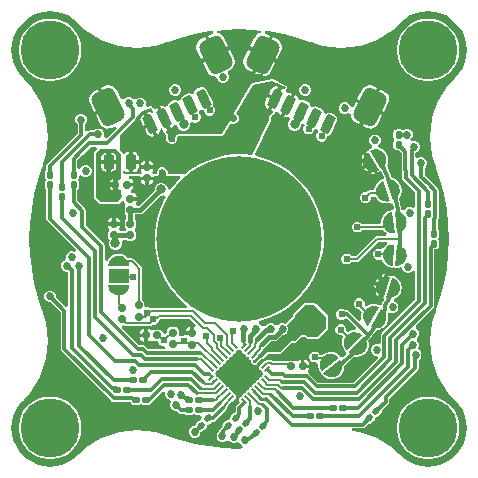
<source format=gbl>
G04*
G04 #@! TF.GenerationSoftware,Altium Limited,Altium Designer,21.9.2 (33)*
G04*
G04 Layer_Physical_Order=4*
G04 Layer_Color=16711680*
%FSLAX25Y25*%
%MOIN*%
G70*
G04*
G04 #@! TF.SameCoordinates,E2134F64-58B9-40C7-9104-C69D01245961*
G04*
G04*
G04 #@! TF.FilePolarity,Positive*
G04*
G01*
G75*
%ADD39C,0.01221*%
%ADD41C,0.01200*%
%ADD44C,0.01500*%
%ADD45C,0.00800*%
%ADD46C,0.55118*%
%ADD47C,0.19685*%
%ADD48C,0.02400*%
%ADD49C,0.03200*%
%ADD50C,0.02700*%
%ADD51C,0.02559*%
G04:AMPARAMS|DCode=53|XSize=59.06mil|YSize=48.42mil|CornerRadius=12.11mil|HoleSize=0mil|Usage=FLASHONLY|Rotation=225.000|XOffset=0mil|YOffset=0mil|HoleType=Round|Shape=RoundedRectangle|*
%AMROUNDEDRECTD53*
21,1,0.05906,0.02421,0,0,225.0*
21,1,0.03484,0.04842,0,0,225.0*
1,1,0.02421,-0.02088,-0.00376*
1,1,0.02421,0.00376,0.02088*
1,1,0.02421,0.02088,0.00376*
1,1,0.02421,-0.00376,-0.02088*
%
%ADD53ROUNDEDRECTD53*%
%ADD54O,0.03937X0.01968*%
%ADD55R,0.07000X0.04600*%
%ADD56C,0.01968*%
G04:AMPARAMS|DCode=57|XSize=24.5mil|YSize=26mil|CornerRadius=6.13mil|HoleSize=0mil|Usage=FLASHONLY|Rotation=180.000|XOffset=0mil|YOffset=0mil|HoleType=Round|Shape=RoundedRectangle|*
%AMROUNDEDRECTD57*
21,1,0.02450,0.01375,0,0,180.0*
21,1,0.01225,0.02600,0,0,180.0*
1,1,0.01225,-0.00613,0.00688*
1,1,0.01225,0.00613,0.00688*
1,1,0.01225,0.00613,-0.00688*
1,1,0.01225,-0.00613,-0.00688*
%
%ADD57ROUNDEDRECTD57*%
G04:AMPARAMS|DCode=58|XSize=23.62mil|YSize=21.65mil|CornerRadius=5.41mil|HoleSize=0mil|Usage=FLASHONLY|Rotation=270.000|XOffset=0mil|YOffset=0mil|HoleType=Round|Shape=RoundedRectangle|*
%AMROUNDEDRECTD58*
21,1,0.02362,0.01083,0,0,270.0*
21,1,0.01280,0.02165,0,0,270.0*
1,1,0.01083,-0.00541,-0.00640*
1,1,0.01083,-0.00541,0.00640*
1,1,0.01083,0.00541,0.00640*
1,1,0.01083,0.00541,-0.00640*
%
%ADD58ROUNDEDRECTD58*%
G04:AMPARAMS|DCode=59|XSize=8.66mil|YSize=25.2mil|CornerRadius=0mil|HoleSize=0mil|Usage=FLASHONLY|Rotation=45.000|XOffset=0mil|YOffset=0mil|HoleType=Round|Shape=Round|*
%AMOVALD59*
21,1,0.01654,0.00866,0.00000,0.00000,135.0*
1,1,0.00866,0.00585,-0.00585*
1,1,0.00866,-0.00585,0.00585*
%
%ADD59OVALD59*%

G04:AMPARAMS|DCode=60|XSize=8.66mil|YSize=25.2mil|CornerRadius=0mil|HoleSize=0mil|Usage=FLASHONLY|Rotation=135.000|XOffset=0mil|YOffset=0mil|HoleType=Round|Shape=Round|*
%AMOVALD60*
21,1,0.01654,0.00866,0.00000,0.00000,225.0*
1,1,0.00866,0.00585,0.00585*
1,1,0.00866,-0.00585,-0.00585*
%
%ADD60OVALD60*%

%ADD61P,0.15590X4X180.0*%
G04:AMPARAMS|DCode=62|XSize=31.5mil|YSize=62.99mil|CornerRadius=7.87mil|HoleSize=0mil|Usage=FLASHONLY|Rotation=26.000|XOffset=0mil|YOffset=0mil|HoleType=Round|Shape=RoundedRectangle|*
%AMROUNDEDRECTD62*
21,1,0.03150,0.04724,0,0,26.0*
21,1,0.01575,0.06299,0,0,26.0*
1,1,0.01575,0.01743,-0.01778*
1,1,0.01575,0.00328,-0.02468*
1,1,0.01575,-0.01743,0.01778*
1,1,0.01575,-0.00328,0.02468*
%
%ADD62ROUNDEDRECTD62*%
G04:AMPARAMS|DCode=63|XSize=82.68mil|YSize=118.11mil|CornerRadius=20.67mil|HoleSize=0mil|Usage=FLASHONLY|Rotation=26.000|XOffset=0mil|YOffset=0mil|HoleType=Round|Shape=RoundedRectangle|*
%AMROUNDEDRECTD63*
21,1,0.08268,0.07677,0,0,26.0*
21,1,0.04134,0.11811,0,0,26.0*
1,1,0.04134,0.03541,-0.02544*
1,1,0.04134,-0.00175,-0.04356*
1,1,0.04134,-0.03541,0.02544*
1,1,0.04134,0.00175,0.04356*
%
%ADD63ROUNDEDRECTD63*%
G04:AMPARAMS|DCode=64|XSize=36mil|YSize=51mil|CornerRadius=9mil|HoleSize=0mil|Usage=FLASHONLY|Rotation=180.000|XOffset=0mil|YOffset=0mil|HoleType=Round|Shape=RoundedRectangle|*
%AMROUNDEDRECTD64*
21,1,0.03600,0.03300,0,0,180.0*
21,1,0.01800,0.05100,0,0,180.0*
1,1,0.01800,-0.00900,0.01650*
1,1,0.01800,0.00900,0.01650*
1,1,0.01800,0.00900,-0.01650*
1,1,0.01800,-0.00900,-0.01650*
%
%ADD64ROUNDEDRECTD64*%
G04:AMPARAMS|DCode=65|XSize=24.5mil|YSize=26mil|CornerRadius=6.13mil|HoleSize=0mil|Usage=FLASHONLY|Rotation=270.000|XOffset=0mil|YOffset=0mil|HoleType=Round|Shape=RoundedRectangle|*
%AMROUNDEDRECTD65*
21,1,0.02450,0.01375,0,0,270.0*
21,1,0.01225,0.02600,0,0,270.0*
1,1,0.01225,-0.00688,-0.00613*
1,1,0.01225,-0.00688,0.00613*
1,1,0.01225,0.00688,0.00613*
1,1,0.01225,0.00688,-0.00613*
%
%ADD65ROUNDEDRECTD65*%
G04:AMPARAMS|DCode=66|XSize=24.5mil|YSize=26mil|CornerRadius=6.13mil|HoleSize=0mil|Usage=FLASHONLY|Rotation=315.000|XOffset=0mil|YOffset=0mil|HoleType=Round|Shape=RoundedRectangle|*
%AMROUNDEDRECTD66*
21,1,0.02450,0.01375,0,0,315.0*
21,1,0.01225,0.02600,0,0,315.0*
1,1,0.01225,-0.00053,-0.00919*
1,1,0.01225,-0.00919,-0.00053*
1,1,0.01225,0.00053,0.00919*
1,1,0.01225,0.00919,0.00053*
%
%ADD66ROUNDEDRECTD66*%
G04:AMPARAMS|DCode=67|XSize=82.68mil|YSize=118.11mil|CornerRadius=20.67mil|HoleSize=0mil|Usage=FLASHONLY|Rotation=154.000|XOffset=0mil|YOffset=0mil|HoleType=Round|Shape=RoundedRectangle|*
%AMROUNDEDRECTD67*
21,1,0.08268,0.07677,0,0,154.0*
21,1,0.04134,0.11811,0,0,154.0*
1,1,0.04134,-0.00175,0.04356*
1,1,0.04134,0.03541,0.02544*
1,1,0.04134,0.00175,-0.04356*
1,1,0.04134,-0.03541,-0.02544*
%
%ADD67ROUNDEDRECTD67*%
G04:AMPARAMS|DCode=68|XSize=31.5mil|YSize=62.99mil|CornerRadius=7.87mil|HoleSize=0mil|Usage=FLASHONLY|Rotation=334.000|XOffset=0mil|YOffset=0mil|HoleType=Round|Shape=RoundedRectangle|*
%AMROUNDEDRECTD68*
21,1,0.03150,0.04724,0,0,334.0*
21,1,0.01575,0.06299,0,0,334.0*
1,1,0.01575,-0.00328,-0.02468*
1,1,0.01575,-0.01743,-0.01778*
1,1,0.01575,0.00328,0.02468*
1,1,0.01575,0.01743,0.01778*
%
%ADD68ROUNDEDRECTD68*%
G04:AMPARAMS|DCode=69|XSize=24.5mil|YSize=26mil|CornerRadius=6.13mil|HoleSize=0mil|Usage=FLASHONLY|Rotation=270.000|XOffset=0mil|YOffset=0mil|HoleType=Round|Shape=RoundedRectangle|*
%AMROUNDEDRECTD69*
21,1,0.02450,0.01375,0,0,270.0*
21,1,0.01225,0.02600,0,0,270.0*
1,1,0.01225,-0.00688,-0.00613*
1,1,0.01225,-0.00688,0.00613*
1,1,0.01225,0.00688,0.00613*
1,1,0.01225,0.00688,-0.00613*
%
%ADD69ROUNDEDRECTD69*%
G04:AMPARAMS|DCode=70|XSize=24.5mil|YSize=26mil|CornerRadius=6.13mil|HoleSize=0mil|Usage=FLASHONLY|Rotation=270.000|XOffset=0mil|YOffset=0mil|HoleType=Round|Shape=RoundedRectangle|*
%AMROUNDEDRECTD70*
21,1,0.02450,0.01375,0,0,270.0*
21,1,0.01225,0.02600,0,0,270.0*
1,1,0.01225,-0.00688,-0.00613*
1,1,0.01225,-0.00688,0.00613*
1,1,0.01225,0.00688,0.00613*
1,1,0.01225,0.00688,-0.00613*
%
%ADD70ROUNDEDRECTD70*%
G04:AMPARAMS|DCode=71|XSize=23.62mil|YSize=21.65mil|CornerRadius=5.41mil|HoleSize=0mil|Usage=FLASHONLY|Rotation=0.000|XOffset=0mil|YOffset=0mil|HoleType=Round|Shape=RoundedRectangle|*
%AMROUNDEDRECTD71*
21,1,0.02362,0.01083,0,0,0.0*
21,1,0.01280,0.02165,0,0,0.0*
1,1,0.01083,0.00640,-0.00541*
1,1,0.01083,-0.00640,-0.00541*
1,1,0.01083,-0.00640,0.00541*
1,1,0.01083,0.00640,0.00541*
%
%ADD71ROUNDEDRECTD71*%
G04:AMPARAMS|DCode=72|XSize=23.62mil|YSize=21.65mil|CornerRadius=5.41mil|HoleSize=0mil|Usage=FLASHONLY|Rotation=45.000|XOffset=0mil|YOffset=0mil|HoleType=Round|Shape=RoundedRectangle|*
%AMROUNDEDRECTD72*
21,1,0.02362,0.01083,0,0,45.0*
21,1,0.01280,0.02165,0,0,45.0*
1,1,0.01083,0.00835,0.00070*
1,1,0.01083,-0.00070,-0.00835*
1,1,0.01083,-0.00835,-0.00070*
1,1,0.01083,0.00070,0.00835*
%
%ADD72ROUNDEDRECTD72*%
%ADD73C,0.00932*%
G36*
X65012Y75743D02*
X66981Y75270D01*
X68853Y74495D01*
X70580Y73436D01*
X72121Y72121D01*
X73436Y70580D01*
X74495Y68853D01*
X75270Y66981D01*
X75743Y65012D01*
X75902Y62992D01*
X75743Y60973D01*
X75270Y59003D01*
X74495Y57131D01*
X73436Y55404D01*
X72636Y54467D01*
X72120Y53884D01*
X71841Y53635D01*
X71558Y53318D01*
X69769Y51316D01*
X67970Y48780D01*
X66466Y46059D01*
X65276Y43186D01*
X64415Y40198D01*
X63894Y37132D01*
X63720Y34027D01*
X63894Y30923D01*
X64415Y27857D01*
X65212Y25090D01*
X65276Y24869D01*
X65494Y24342D01*
X65504Y24311D01*
X65505Y24307D01*
X65507Y24306D01*
X65753Y23593D01*
X67053Y19688D01*
X68286Y14855D01*
X69172Y9945D01*
X69705Y4985D01*
X69883Y0D01*
X69705Y-4985D01*
X69172Y-9945D01*
X68286Y-14855D01*
X67053Y-19688D01*
X65753Y-23593D01*
X65507Y-24306D01*
X65505Y-24307D01*
X65504Y-24311D01*
X65494Y-24342D01*
X65276Y-24869D01*
X65212Y-25090D01*
X64415Y-27857D01*
X63894Y-30923D01*
X63720Y-34027D01*
X63894Y-37132D01*
X64415Y-40198D01*
X65276Y-43186D01*
X66466Y-46059D01*
X67970Y-48780D01*
X69769Y-51316D01*
X71558Y-53318D01*
X71841Y-53635D01*
X72120Y-53884D01*
X72636Y-54467D01*
X73436Y-55404D01*
X74495Y-57131D01*
X75270Y-59003D01*
X75743Y-60973D01*
X75902Y-62992D01*
X75743Y-65012D01*
X75270Y-66981D01*
X74495Y-68853D01*
X73436Y-70580D01*
X72121Y-72121D01*
X70580Y-73436D01*
X68853Y-74495D01*
X66981Y-75270D01*
X65012Y-75743D01*
X62992Y-75902D01*
X60973Y-75743D01*
X59003Y-75270D01*
X57131Y-74495D01*
X55404Y-73436D01*
X54467Y-72636D01*
X53884Y-72120D01*
X53635Y-71841D01*
X53318Y-71558D01*
X51316Y-69769D01*
X48780Y-67970D01*
X46059Y-66466D01*
X43186Y-65276D01*
X40198Y-64415D01*
X37711Y-63992D01*
X37778Y-63192D01*
X41181D01*
X41649Y-63099D01*
X42046Y-62834D01*
X43069Y-61810D01*
X43235Y-61843D01*
X43681Y-61755D01*
X44058Y-61503D01*
X44963Y-60598D01*
X45215Y-60220D01*
X45304Y-59775D01*
X46043Y-59389D01*
X46047Y-59389D01*
X46425Y-59136D01*
X47329Y-58232D01*
X47582Y-57854D01*
X47670Y-57409D01*
X47637Y-57243D01*
X49684Y-55196D01*
X49949Y-54799D01*
X50042Y-54331D01*
Y-53263D01*
X59527Y-43778D01*
X59792Y-43382D01*
X59885Y-42913D01*
Y-40264D01*
X59954Y-40236D01*
X60502Y-39687D01*
X60799Y-38971D01*
Y-38195D01*
X60502Y-37478D01*
X59954Y-36930D01*
X59751Y-35980D01*
X59819Y-35816D01*
Y-35040D01*
X59522Y-34323D01*
X59258Y-34059D01*
X59230Y-33297D01*
X59338Y-33095D01*
X59775Y-32658D01*
X60072Y-31941D01*
Y-31166D01*
X59775Y-30449D01*
X59227Y-29900D01*
X59088Y-29843D01*
X58900Y-28899D01*
X64720Y-23079D01*
X64985Y-22682D01*
X65079Y-22214D01*
Y-3477D01*
X65502D01*
X65947Y-3388D01*
X66325Y-3136D01*
X66577Y-2758D01*
X66666Y-2313D01*
Y-1034D01*
X66577Y-588D01*
X66575Y-585D01*
X66391Y0D01*
X66575Y585D01*
X66577Y588D01*
X66666Y1034D01*
Y2313D01*
X66577Y2758D01*
X66325Y3136D01*
X66284Y3163D01*
Y6158D01*
X66405Y6340D01*
X66498Y6808D01*
Y16123D01*
X66405Y16591D01*
X66140Y16988D01*
X64069Y19059D01*
X64054Y19081D01*
X61897Y21239D01*
Y23706D01*
X62283Y24092D01*
X62580Y24809D01*
Y25585D01*
X62283Y26301D01*
X61734Y26850D01*
X61018Y27147D01*
X60242D01*
X59525Y26850D01*
X59515Y26840D01*
X58715Y27171D01*
Y28783D01*
X59372Y29056D01*
X59921Y29604D01*
X60218Y30321D01*
Y31097D01*
X59921Y31813D01*
X59372Y32362D01*
X58656Y32659D01*
X57880D01*
X57534Y32515D01*
X57120Y33147D01*
X57668Y33695D01*
X57965Y34412D01*
Y35188D01*
X57668Y35904D01*
X57120Y36453D01*
X56403Y36750D01*
X55627D01*
X54911Y36453D01*
X54651Y36193D01*
X54514Y36207D01*
X54136Y36459D01*
X53691Y36548D01*
X52608D01*
X52163Y36459D01*
X51785Y36207D01*
X51533Y35829D01*
X51445Y35384D01*
Y34104D01*
X51533Y33659D01*
X51785Y33281D01*
Y32860D01*
X51533Y32483D01*
X51445Y32037D01*
Y30758D01*
X51533Y30312D01*
X51785Y29935D01*
X52163Y29683D01*
X52608Y29594D01*
X53223D01*
X54225Y28592D01*
Y22910D01*
X54318Y22442D01*
X54359Y22381D01*
Y20416D01*
X54452Y19948D01*
X54717Y19551D01*
X58748Y15521D01*
Y10566D01*
X57948Y10235D01*
X57926Y10256D01*
X57210Y10553D01*
X56434D01*
X55717Y10256D01*
X55169Y9708D01*
X54383Y9759D01*
X54038Y9955D01*
X53297Y13711D01*
X53562Y14068D01*
X53579Y14132D01*
X53628Y14177D01*
X53924Y14800D01*
X53927Y14866D01*
X53967Y14919D01*
X54135Y15588D01*
X54125Y15654D01*
X54154Y15714D01*
X54189Y16402D01*
X54167Y16465D01*
X54183Y16530D01*
X54083Y17212D01*
X54048Y17269D01*
X54052Y17335D01*
X53936Y17660D01*
X53936Y17660D01*
X53820Y17985D01*
X53776Y18034D01*
X53766Y18100D01*
X53413Y18692D01*
X53359Y18732D01*
X53337Y18794D01*
X52875Y19306D01*
X52815Y19334D01*
X52780Y19391D01*
X52227Y19803D01*
X52163Y19819D01*
X52118Y19869D01*
X51495Y20164D01*
X51429Y20167D01*
X51376Y20207D01*
X51075Y20283D01*
X49283Y24498D01*
X49471Y24910D01*
X49473Y24977D01*
X49512Y25031D01*
X49669Y25702D01*
X49659Y25767D01*
X49686Y25828D01*
X49710Y26517D01*
X49686Y26579D01*
X49702Y26644D01*
X49590Y27325D01*
X49555Y27381D01*
X49558Y27448D01*
X49316Y28093D01*
X49270Y28142D01*
X49260Y28207D01*
X49078Y28500D01*
X49078Y28500D01*
X48896Y28793D01*
X48842Y28832D01*
X48819Y28895D01*
X48349Y29399D01*
X48288Y29426D01*
X48253Y29483D01*
X47693Y29885D01*
X47628Y29900D01*
X47583Y29949D01*
X46955Y30235D01*
X46889Y30237D01*
X46835Y30276D01*
X46549Y30343D01*
X46457Y31013D01*
X46460Y31185D01*
X46985Y31711D01*
X47282Y32428D01*
Y33203D01*
X46985Y33920D01*
X46437Y34469D01*
X45720Y34765D01*
X44944D01*
X44227Y34469D01*
X43679Y33920D01*
X43382Y33203D01*
Y32428D01*
X43679Y31711D01*
X44227Y31162D01*
X44356Y31109D01*
X44389Y30975D01*
X44399Y30738D01*
X44286Y30272D01*
X43772Y30079D01*
X43724Y30034D01*
X43658Y30023D01*
X43365Y29842D01*
X43198Y29609D01*
X43075Y29438D01*
Y29438D01*
X43075Y29438D01*
X42452Y28842D01*
X42278Y28814D01*
X42487Y28477D01*
X42665Y28644D01*
X42958Y28826D01*
X42958Y28826D01*
X46646Y22875D01*
X46353Y22694D01*
X46124Y22608D01*
X46332Y22272D01*
X46402Y22369D01*
X46676Y22631D01*
X47452Y22550D01*
X48259Y20653D01*
X48258Y20623D01*
X48163Y20353D01*
X47850Y19940D01*
X47729Y19854D01*
X47480Y19765D01*
X47431Y19721D01*
X47365Y19711D01*
X46773Y19357D01*
X46733Y19304D01*
X46671Y19282D01*
X46159Y18820D01*
X46131Y18759D01*
X46074Y18725D01*
X45662Y18172D01*
X45646Y18108D01*
X45597Y18063D01*
X45301Y17440D01*
X45298Y17374D01*
X45258Y17321D01*
X45089Y16652D01*
X44490Y16165D01*
X43492D01*
X43102Y16087D01*
X42771Y15866D01*
X42484Y15579D01*
X42484Y15579D01*
X41768D01*
X41106Y15305D01*
X40600Y14799D01*
X40326Y14138D01*
Y13421D01*
X40600Y12760D01*
X41106Y12254D01*
X41768Y11980D01*
X42484D01*
X43146Y12254D01*
X43652Y12760D01*
X43926Y13421D01*
Y14126D01*
X45467D01*
X45812Y13548D01*
X45865Y13508D01*
X45888Y13446D01*
X46350Y12934D01*
X46410Y12906D01*
X46444Y12849D01*
X46997Y12437D01*
X47062Y12421D01*
X47106Y12371D01*
X47729Y12076D01*
X47796Y12072D01*
X47849Y12033D01*
X48518Y11864D01*
X48583Y11874D01*
X48643Y11845D01*
X49332Y11811D01*
X49395Y11833D01*
X49459Y11817D01*
X50141Y11917D01*
X50198Y11951D01*
X50265Y11948D01*
X50330Y11971D01*
X51067Y11687D01*
X51227Y11561D01*
X51502Y10167D01*
X51359Y9919D01*
X50993Y9586D01*
X50818Y9500D01*
X50570Y9468D01*
X50512Y9435D01*
X50446Y9439D01*
X49792Y9219D01*
X49742Y9175D01*
X49676Y9167D01*
X49078Y8824D01*
X49038Y8771D01*
X48975Y8750D01*
X48455Y8297D01*
X48425Y8237D01*
X48368Y8204D01*
X47947Y7658D01*
X47929Y7594D01*
X47879Y7550D01*
X47573Y6933D01*
X47568Y6866D01*
X47528Y6814D01*
X47347Y6148D01*
X47356Y6082D01*
X47326Y6022D01*
X47279Y5335D01*
X46595Y4957D01*
X40896D01*
X40896Y4957D01*
X40390Y5463D01*
X39728Y5737D01*
X39012D01*
X38350Y5463D01*
X37844Y4957D01*
X37570Y4295D01*
Y3579D01*
X37844Y2917D01*
X38350Y2411D01*
X39012Y2137D01*
X39728D01*
X40390Y2411D01*
X40896Y2917D01*
X40896Y2917D01*
X47855D01*
X48078Y2962D01*
X48089Y2928D01*
X48542Y2409D01*
X48602Y2379D01*
X48635Y2321D01*
X49181Y1900D01*
X49068Y1115D01*
X49050Y1058D01*
X46101D01*
X45711Y981D01*
X45380Y759D01*
X38948Y-5673D01*
X37353D01*
X37353Y-5673D01*
X36846Y-5167D01*
X36185Y-4893D01*
X35469D01*
X34807Y-5167D01*
X34301Y-5673D01*
X34027Y-6335D01*
Y-7051D01*
X34301Y-7712D01*
X34807Y-8219D01*
X35469Y-8493D01*
X36185D01*
X36846Y-8219D01*
X37353Y-7712D01*
X37353Y-7712D01*
X39370D01*
X39760Y-7635D01*
X40091Y-7414D01*
X46524Y-981D01*
X49232D01*
X49437Y-1781D01*
X49141Y-1944D01*
X49099Y-1996D01*
X49035Y-2016D01*
X48508Y-2459D01*
X48477Y-2518D01*
X48419Y-2551D01*
X48038Y-3025D01*
X47960Y-3104D01*
X47264Y-3504D01*
X46815Y-3318D01*
X46099D01*
X45437Y-3592D01*
X44931Y-4098D01*
X44657Y-4760D01*
Y-5476D01*
X44931Y-6138D01*
X45437Y-6644D01*
X46099Y-6918D01*
X46815D01*
X47128Y-6949D01*
X47638Y-7111D01*
X47757Y-7328D01*
X47970Y-7715D01*
X48022Y-7756D01*
X48042Y-7820D01*
X48485Y-8348D01*
X48544Y-8378D01*
X48576Y-8437D01*
X49114Y-8868D01*
X49178Y-8887D01*
X49221Y-8937D01*
X49833Y-9256D01*
X49899Y-9261D01*
X49951Y-9303D01*
X50613Y-9495D01*
X50679Y-9488D01*
X50738Y-9519D01*
X51082Y-9549D01*
X51389Y-9451D01*
X51530Y-9407D01*
X51744Y-9513D01*
X51959Y-9625D01*
X52303Y-9655D01*
X52366Y-9635D01*
X52430Y-9653D01*
X53115Y-9578D01*
X53174Y-9546D01*
X53240Y-9551D01*
X53549Y-9454D01*
X54268Y-9798D01*
X54385Y-9942D01*
X54412Y-9988D01*
X54646Y-10553D01*
X55195Y-11102D01*
X55911Y-11399D01*
X56687D01*
X57404Y-11102D01*
X57948Y-10558D01*
X57974Y-10558D01*
X58748Y-10723D01*
Y-20192D01*
X47541Y-31400D01*
X47275Y-31797D01*
X47182Y-32265D01*
Y-34581D01*
X46382Y-35115D01*
X46244Y-35058D01*
X45468D01*
X44751Y-35355D01*
X44203Y-35903D01*
X43906Y-36620D01*
Y-37396D01*
X44203Y-38113D01*
X44751Y-38661D01*
X45468Y-38958D01*
X45976D01*
X46352Y-39713D01*
X38124Y-47940D01*
X26442D01*
X23404Y-44903D01*
X23304Y-44835D01*
X23022Y-44479D01*
X23082Y-43837D01*
X23134Y-43758D01*
X23244Y-43207D01*
Y-43120D01*
X21191D01*
Y-42520D01*
X20591D01*
Y-40392D01*
X20579D01*
X20028Y-40502D01*
X19560Y-40814D01*
X18618Y-40784D01*
X18477Y-40690D01*
X18004Y-40596D01*
X16779D01*
X16342Y-40683D01*
X16098Y-40634D01*
X11243D01*
X11223Y-40614D01*
X10892Y-40393D01*
X10502Y-40315D01*
X9209D01*
X8819Y-40393D01*
X8488Y-40614D01*
X8415Y-40687D01*
X8380Y-40693D01*
X8038Y-40922D01*
X6869Y-42091D01*
X6641Y-42433D01*
X6561Y-42836D01*
X6641Y-43239D01*
X6869Y-43580D01*
X7211Y-43809D01*
X7628Y-43935D01*
X7754Y-44352D01*
X7983Y-44694D01*
X7983Y-44694D01*
Y-45070D01*
X7754Y-45411D01*
X7628Y-45829D01*
X7211Y-45955D01*
X6869Y-46183D01*
X6641Y-46525D01*
X6514Y-46942D01*
X6097Y-47069D01*
X5756Y-47297D01*
X5527Y-47638D01*
X5401Y-48056D01*
X4984Y-48182D01*
X4642Y-48410D01*
X4414Y-48752D01*
X4287Y-49169D01*
X3870Y-49296D01*
X3528Y-49524D01*
X3300Y-49866D01*
X3174Y-50283D01*
X2757Y-50409D01*
X2415Y-50638D01*
X2187Y-50979D01*
X2060Y-51396D01*
X1643Y-51523D01*
X1301Y-51751D01*
X1073Y-52093D01*
X946Y-52510D01*
X530Y-52636D01*
X188Y-52864D01*
X-41Y-53206D01*
X-121Y-53609D01*
X-41Y-54012D01*
X188Y-54354D01*
X232Y-54399D01*
X-742Y-55374D01*
X-1008Y-55771D01*
X-1101Y-56239D01*
Y-57835D01*
X-1110Y-57842D01*
X-1555Y-57930D01*
X-1932Y-58182D01*
X-2837Y-59087D01*
X-3089Y-59465D01*
X-3178Y-59910D01*
X-3917Y-60296D01*
X-3921Y-60296D01*
X-4299Y-60549D01*
X-5203Y-61453D01*
X-5456Y-61831D01*
X-5544Y-62276D01*
X-5511Y-62442D01*
X-6195Y-63126D01*
X-6460Y-63523D01*
X-6553Y-63991D01*
Y-64049D01*
X-6655Y-64091D01*
X-7203Y-64640D01*
X-7500Y-65357D01*
Y-66132D01*
X-7203Y-66849D01*
X-6655Y-67398D01*
X-5938Y-67694D01*
X-5162D01*
X-4446Y-67398D01*
X-4270Y-67222D01*
X-3388Y-67281D01*
X-3332Y-67329D01*
X-2831Y-67830D01*
X-2114Y-68127D01*
X-1338D01*
X-622Y-67830D01*
X-620Y-67828D01*
X324Y-68016D01*
X414Y-68234D01*
X962Y-68782D01*
X1192Y-69743D01*
X1140Y-69843D01*
X0Y-69883D01*
X-4985Y-69705D01*
X-9945Y-69172D01*
X-14855Y-68286D01*
X-19688Y-67053D01*
X-23593Y-65753D01*
X-24306Y-65507D01*
X-24307Y-65505D01*
X-24311Y-65504D01*
X-24342Y-65494D01*
X-24869Y-65276D01*
X-25090Y-65212D01*
X-27857Y-64415D01*
X-30923Y-63894D01*
X-34027Y-63720D01*
X-37132Y-63894D01*
X-40198Y-64415D01*
X-43186Y-65276D01*
X-46059Y-66466D01*
X-48780Y-67970D01*
X-51316Y-69769D01*
X-53318Y-71558D01*
X-53635Y-71841D01*
X-53884Y-72120D01*
X-54467Y-72636D01*
X-55404Y-73436D01*
X-57131Y-74495D01*
X-59003Y-75270D01*
X-60973Y-75743D01*
X-62992Y-75902D01*
X-65012Y-75743D01*
X-66981Y-75270D01*
X-68853Y-74495D01*
X-70580Y-73436D01*
X-72121Y-72121D01*
X-73436Y-70580D01*
X-74495Y-68853D01*
X-75270Y-66981D01*
X-75743Y-65012D01*
X-75902Y-62992D01*
X-75743Y-60973D01*
X-75270Y-59003D01*
X-74495Y-57131D01*
X-73436Y-55404D01*
X-72636Y-54467D01*
X-72120Y-53884D01*
X-71841Y-53635D01*
X-71558Y-53318D01*
X-69769Y-51316D01*
X-67970Y-48780D01*
X-66466Y-46059D01*
X-65276Y-43186D01*
X-64415Y-40198D01*
X-63894Y-37132D01*
X-63720Y-34027D01*
X-63894Y-30923D01*
X-64415Y-27857D01*
X-65212Y-25090D01*
X-65276Y-24869D01*
X-65494Y-24342D01*
X-65504Y-24311D01*
X-65505Y-24307D01*
X-65507Y-24306D01*
X-65753Y-23593D01*
X-67053Y-19688D01*
X-68286Y-14855D01*
X-69172Y-9945D01*
X-69705Y-4985D01*
X-69883Y0D01*
X-69705Y4985D01*
X-69172Y9945D01*
X-68286Y14855D01*
X-67053Y19688D01*
X-65753Y23593D01*
X-65507Y24306D01*
X-65505Y24307D01*
X-65504Y24311D01*
X-65494Y24342D01*
X-65276Y24869D01*
X-65212Y25090D01*
X-64415Y27857D01*
X-63894Y30923D01*
X-63720Y34027D01*
X-63894Y37132D01*
X-64415Y40198D01*
X-65276Y43186D01*
X-66466Y46059D01*
X-67970Y48780D01*
X-69769Y51316D01*
X-71558Y53318D01*
X-71841Y53635D01*
X-72120Y53884D01*
X-72636Y54467D01*
X-73436Y55404D01*
X-74495Y57131D01*
X-75270Y59003D01*
X-75743Y60973D01*
X-75902Y62992D01*
X-75743Y65012D01*
X-75270Y66981D01*
X-74495Y68853D01*
X-73436Y70580D01*
X-72121Y72121D01*
X-70580Y73436D01*
X-68853Y74495D01*
X-66981Y75270D01*
X-65012Y75743D01*
X-62992Y75902D01*
X-60973Y75743D01*
X-59003Y75270D01*
X-57131Y74495D01*
X-55404Y73436D01*
X-54467Y72636D01*
X-53884Y72120D01*
X-53635Y71841D01*
X-53318Y71558D01*
X-51316Y69769D01*
X-48780Y67970D01*
X-46059Y66466D01*
X-43186Y65276D01*
X-40198Y64415D01*
X-37132Y63894D01*
X-34027Y63720D01*
X-30923Y63894D01*
X-27857Y64415D01*
X-25090Y65212D01*
X-24869Y65276D01*
X-24342Y65494D01*
X-24311Y65504D01*
X-24307Y65505D01*
X-24306Y65507D01*
X-23593Y65753D01*
X-19688Y67053D01*
X-14855Y68286D01*
X-9945Y69172D01*
X-8757Y69300D01*
X-8585Y68514D01*
X-8939Y68395D01*
X-10257Y67752D01*
X-7570Y62243D01*
X-3652Y64153D01*
X-5072Y67064D01*
X-5488Y67693D01*
X-6054Y68194D01*
X-6729Y68530D01*
X-7317Y68650D01*
X-7279Y69459D01*
X-4985Y69705D01*
X0Y69883D01*
X4985Y69705D01*
X7279Y69459D01*
X7316Y68650D01*
X6729Y68531D01*
X6054Y68194D01*
X5488Y67694D01*
X5072Y67064D01*
X3652Y64153D01*
X7570Y62243D01*
X10257Y67752D01*
X8938Y68396D01*
X8585Y68514D01*
X8757Y69300D01*
X9945Y69172D01*
X14855Y68286D01*
X19688Y67053D01*
X23593Y65753D01*
X24306Y65507D01*
X24307Y65505D01*
X24311Y65504D01*
X24342Y65494D01*
X24869Y65276D01*
X25090Y65212D01*
X27857Y64415D01*
X30923Y63894D01*
X34027Y63720D01*
X37132Y63894D01*
X40198Y64415D01*
X43186Y65276D01*
X46059Y66466D01*
X48780Y67970D01*
X51316Y69769D01*
X53318Y71558D01*
X53635Y71841D01*
X53884Y72120D01*
X54467Y72636D01*
X55404Y73436D01*
X57131Y74495D01*
X59003Y75270D01*
X60973Y75743D01*
X62992Y75902D01*
X65012Y75743D01*
D02*
G37*
G36*
X46015Y29801D02*
X46687Y29643D01*
X47314Y29358D01*
X47874Y28955D01*
X48344Y28451D01*
X48526Y28158D01*
X48526Y28158D01*
X48708Y27865D01*
X48949Y27220D01*
X49061Y26539D01*
X49037Y25850D01*
X48880Y25179D01*
X48594Y24552D01*
X48191Y23992D01*
X47688Y23521D01*
X47395Y23340D01*
X47395Y23340D01*
X43707Y29290D01*
X44000Y29471D01*
X44646Y29713D01*
X45326Y29825D01*
X46015Y29801D01*
D02*
G37*
G36*
X50548Y19746D02*
X51217Y19578D01*
X51840Y19282D01*
X52393Y18870D01*
X52855Y18359D01*
X53209Y17767D01*
X53324Y17442D01*
X53324Y17442D01*
X53440Y17117D01*
X53540Y16435D01*
X53505Y15747D01*
X53337Y15078D01*
X53041Y14455D01*
X52630Y13902D01*
X52118Y13440D01*
X51526Y13086D01*
X51202Y12971D01*
X51201Y12971D01*
X48853Y19565D01*
X49178Y19681D01*
X49860Y19781D01*
X50548Y19746D01*
D02*
G37*
G36*
X48023Y19269D02*
X50372Y12675D01*
X50047Y12559D01*
X49365Y12459D01*
X48676Y12494D01*
X48008Y12662D01*
X47385Y12958D01*
X46832Y13370D01*
X46369Y13881D01*
X46016Y14473D01*
X45900Y14798D01*
X45900Y14798D01*
X45785Y15123D01*
X45684Y15805D01*
X45719Y16493D01*
X45888Y17162D01*
X46183Y17785D01*
X46595Y18338D01*
X47106Y18800D01*
X47698Y19154D01*
X48023Y19269D01*
X48023Y19269D01*
D02*
G37*
G36*
X52899Y8978D02*
X53564Y8797D01*
X54181Y8491D01*
X54727Y8070D01*
X55181Y7550D01*
X55524Y6952D01*
X55744Y6299D01*
X55788Y5957D01*
X55788Y5957D01*
X55832Y5615D01*
X55785Y4927D01*
X55605Y4262D01*
X55298Y3644D01*
X54877Y3098D01*
X54357Y2645D01*
X53759Y2302D01*
X53106Y2082D01*
X52764Y2038D01*
X52764Y2038D01*
X51869Y8980D01*
X52211Y9024D01*
X52899Y8978D01*
D02*
G37*
G36*
X51890Y1925D02*
X51548Y1881D01*
X50861Y1928D01*
X50195Y2108D01*
X49578Y2414D01*
X49032Y2836D01*
X48579Y3355D01*
X48235Y3953D01*
X48015Y4607D01*
X47971Y4949D01*
X47971Y4949D01*
X47927Y5291D01*
X47974Y5978D01*
X48154Y6644D01*
X48461Y7261D01*
X48882Y7807D01*
X49402Y8260D01*
X49999Y8604D01*
X50653Y8823D01*
X50995Y8868D01*
X50995Y8868D01*
X51890Y1925D01*
D02*
G37*
G36*
X51744Y-1928D02*
D01*
X51744Y-1928D01*
X51744Y-1928D01*
X51138Y-8901D01*
X50794Y-8872D01*
X50132Y-8679D01*
X49521Y-8361D01*
X48983Y-7930D01*
X48539Y-7402D01*
X48207Y-6798D01*
X47999Y-6140D01*
X47924Y-5455D01*
X47954Y-5112D01*
X47954Y-5112D01*
X47984Y-4768D01*
X48176Y-4106D01*
X48494Y-3495D01*
X48925Y-2957D01*
X49453Y-2513D01*
X50058Y-2181D01*
X50715Y-1973D01*
X51400Y-1898D01*
X51744Y-1928D01*
D02*
G37*
G36*
X52965Y-2034D02*
X53627Y-2226D01*
X54238Y-2544D01*
X54777Y-2976D01*
X55220Y-3503D01*
X55552Y-4108D01*
X55760Y-4765D01*
X55835Y-5450D01*
X55805Y-5794D01*
X55805Y-5794D01*
X55775Y-6137D01*
X55583Y-6799D01*
X55265Y-7411D01*
X54834Y-7949D01*
X54306Y-8392D01*
X53702Y-8724D01*
X53044Y-8932D01*
X52359Y-9008D01*
X52016Y-8978D01*
X52016Y-8978D01*
X52621Y-2004D01*
X52965Y-2034D01*
D02*
G37*
%LPC*%
G36*
X11335Y67226D02*
X8648Y61717D01*
X12565Y59806D01*
X13985Y62717D01*
X14225Y63433D01*
X14271Y64186D01*
X14120Y64926D01*
X13783Y65601D01*
X13283Y66167D01*
X12654Y66583D01*
X11335Y67226D01*
D02*
G37*
G36*
X-11336Y67226D02*
X-12654Y66583D01*
X-13284Y66167D01*
X-13784Y65601D01*
X-14120Y64926D01*
X-14271Y64186D01*
X-14225Y63432D01*
X-13985Y62717D01*
X-12566Y59806D01*
X-8648Y61716D01*
X-11336Y67226D01*
D02*
G37*
G36*
X3126Y63075D02*
X1706Y60164D01*
X1467Y59448D01*
X1421Y58694D01*
X1571Y57955D01*
X1908Y57279D01*
X2408Y56714D01*
X3038Y56297D01*
X4356Y55654D01*
X7043Y61164D01*
X3126Y63075D01*
D02*
G37*
G36*
X8122Y60638D02*
X5435Y55128D01*
X6753Y54485D01*
X7469Y54246D01*
X8223Y54199D01*
X8962Y54350D01*
X9638Y54687D01*
X10203Y55187D01*
X10620Y55817D01*
X12039Y58727D01*
X8122Y60638D01*
D02*
G37*
G36*
X63814Y73435D02*
X62170D01*
X60547Y73177D01*
X58984Y72670D01*
X57519Y71923D01*
X56189Y70957D01*
X55027Y69795D01*
X54061Y68465D01*
X53315Y67001D01*
X52807Y65437D01*
X52550Y63814D01*
Y62170D01*
X52807Y60547D01*
X53315Y58984D01*
X54061Y57519D01*
X55027Y56189D01*
X56189Y55027D01*
X57519Y54061D01*
X58984Y53315D01*
X60547Y52807D01*
X62170Y52550D01*
X63814D01*
X65437Y52807D01*
X67001Y53315D01*
X68465Y54061D01*
X69795Y55027D01*
X70957Y56189D01*
X71923Y57519D01*
X72670Y58984D01*
X73177Y60547D01*
X73435Y62170D01*
Y63814D01*
X73177Y65437D01*
X72670Y67001D01*
X71923Y68465D01*
X70957Y69795D01*
X69795Y70957D01*
X68465Y71923D01*
X67001Y72670D01*
X65437Y73177D01*
X63814Y73435D01*
D02*
G37*
G36*
X-62170D02*
X-63814D01*
X-65437Y73177D01*
X-67001Y72670D01*
X-68465Y71923D01*
X-69795Y70957D01*
X-70957Y69795D01*
X-71923Y68465D01*
X-72670Y67001D01*
X-73177Y65437D01*
X-73435Y63814D01*
Y62170D01*
X-73177Y60547D01*
X-72670Y58984D01*
X-71923Y57519D01*
X-70957Y56189D01*
X-69795Y55027D01*
X-68465Y54061D01*
X-67001Y53315D01*
X-65437Y52807D01*
X-63814Y52550D01*
X-62170D01*
X-60547Y52807D01*
X-58984Y53315D01*
X-57519Y54061D01*
X-56189Y55027D01*
X-55027Y56189D01*
X-54061Y57519D01*
X-53315Y58984D01*
X-52807Y60547D01*
X-52550Y62170D01*
Y63814D01*
X-52807Y65437D01*
X-53315Y67001D01*
X-54061Y68465D01*
X-55027Y69795D01*
X-56189Y70957D01*
X-57519Y71923D01*
X-58984Y72670D01*
X-60547Y73177D01*
X-62170Y73435D01*
D02*
G37*
G36*
X-3126Y63075D02*
X-7583Y60901D01*
X-12040Y58727D01*
X-10620Y55816D01*
X-10203Y55187D01*
X-9638Y54687D01*
X-8962Y54350D01*
X-8223Y54199D01*
X-8068Y54209D01*
X-7268Y53545D01*
X-6971Y52829D01*
X-6423Y52280D01*
X-5706Y51983D01*
X-4930D01*
X-4213Y52280D01*
X-3665Y52829D01*
X-3368Y53545D01*
Y54321D01*
X-3665Y55038D01*
X-3708Y55080D01*
X-3545Y56050D01*
X-3038Y56297D01*
X-2408Y56714D01*
X-1908Y57279D01*
X-1571Y57955D01*
X-1421Y58694D01*
X-1467Y59448D01*
X-1706Y60164D01*
X-3126Y63075D01*
D02*
G37*
G36*
X10865Y53390D02*
X4432Y51953D01*
X4422Y51946D01*
X4408Y51947D01*
X4220Y51804D01*
X4025Y51668D01*
X4023Y51655D01*
X4013Y51647D01*
X-1546Y42116D01*
X-1549Y42093D01*
X-1566Y42078D01*
X-1582Y41850D01*
X-1612Y41624D01*
X-1598Y41605D01*
X-1600Y41582D01*
X-1564Y41476D01*
X-1466Y41363D01*
X-1408Y41224D01*
X-993Y40809D01*
X-818Y40386D01*
Y39929D01*
X-993Y39506D01*
X-1317Y39182D01*
X-1740Y39007D01*
X-2197D01*
X-2609Y39177D01*
X-2817D01*
X-3023Y39206D01*
X-3060Y39177D01*
X-3106D01*
X-3253Y39030D01*
X-3418Y38905D01*
X-5753Y34901D01*
X-20369D01*
X-20430Y34876D01*
X-20495Y34889D01*
X-20653Y34784D01*
X-20828Y34711D01*
X-20854Y34650D01*
X-20909Y34613D01*
X-21187Y34197D01*
X-21200Y34132D01*
X-21247Y34085D01*
X-21247Y33928D01*
X-21290Y33823D01*
Y33236D01*
X-21465Y32813D01*
X-21789Y32489D01*
X-22212Y32314D01*
X-22670D01*
X-23093Y32489D01*
X-23416Y32813D01*
X-23592Y33236D01*
Y33757D01*
X-23592Y33757D01*
X-23592Y33757D01*
X-23592Y33819D01*
X-23587Y34245D01*
X-23588Y34248D01*
X-23587Y34252D01*
X-23650Y34405D01*
X-23670Y34569D01*
X-24264Y35632D01*
X-23894Y36394D01*
X-25673Y40042D01*
X-27418Y43620D01*
X-27586Y43538D01*
X-27718Y43438D01*
X-28706Y43565D01*
X-28962Y44021D01*
X-29132Y44156D01*
X-29288Y44308D01*
X-29324Y44307D01*
X-29352Y44329D01*
X-29568Y44304D01*
X-29785Y44301D01*
X-30382Y44044D01*
X-30997Y44651D01*
X-30955Y44752D01*
Y45528D01*
X-31252Y46245D01*
X-31800Y46793D01*
X-32517Y47090D01*
X-33293D01*
X-34009Y46793D01*
X-34281Y46522D01*
X-35059Y46512D01*
X-35239Y46609D01*
X-35691Y47060D01*
X-36407Y47357D01*
X-37183D01*
X-37900Y47060D01*
X-38415Y46545D01*
X-38449Y46512D01*
X-39303Y46540D01*
X-40811Y49633D01*
X-41228Y50262D01*
X-41793Y50762D01*
X-42469Y51099D01*
X-43208Y51250D01*
X-43962Y51204D01*
X-44678Y50964D01*
X-45996Y50321D01*
X-43046Y44272D01*
X-43585Y44009D01*
X-43322Y43470D01*
X-47779Y41296D01*
X-46359Y38385D01*
X-45943Y37756D01*
X-45377Y37255D01*
X-44701Y36919D01*
X-43962Y36768D01*
X-43208Y36814D01*
X-42492Y37054D01*
X-41315Y37628D01*
X-40851Y36976D01*
X-44110Y33717D01*
X-44392Y33763D01*
X-44969Y34458D01*
Y35234D01*
X-45266Y35950D01*
X-45815Y36499D01*
X-46532Y36796D01*
X-47307D01*
X-48024Y36499D01*
X-48348Y36175D01*
X-49663D01*
X-50135Y36081D01*
X-50535Y35814D01*
X-50653Y35696D01*
X-51392Y36002D01*
Y38219D01*
X-50962Y38649D01*
X-50665Y39366D01*
Y40142D01*
X-50962Y40858D01*
X-51511Y41407D01*
X-52227Y41704D01*
X-53003D01*
X-53720Y41407D01*
X-54268Y40858D01*
X-54565Y40142D01*
Y39366D01*
X-54268Y38649D01*
X-53839Y38219D01*
Y35293D01*
X-63857Y25275D01*
X-64122Y24878D01*
X-64216Y24409D01*
Y22915D01*
X-64356Y22821D01*
X-64609Y22443D01*
X-64697Y21998D01*
Y20719D01*
X-64609Y20273D01*
X-64606Y20270D01*
X-64423Y19685D01*
X-64606Y19101D01*
X-64609Y19097D01*
X-64697Y18652D01*
Y17372D01*
X-64609Y16927D01*
X-64356Y16549D01*
X-64216Y16455D01*
Y6693D01*
X-64122Y6225D01*
X-63857Y5828D01*
X-54487Y-3542D01*
X-54940Y-4220D01*
X-55253Y-4091D01*
X-56029D01*
X-56746Y-4388D01*
X-57294Y-4936D01*
X-57591Y-5653D01*
Y-6429D01*
X-58138Y-7200D01*
X-58388Y-7304D01*
X-58937Y-7852D01*
X-59233Y-8569D01*
Y-9345D01*
X-58937Y-10061D01*
X-58388Y-10610D01*
X-57671Y-10907D01*
X-57064D01*
X-57031Y-10940D01*
Y-22293D01*
X-57831Y-22624D01*
X-61042Y-19413D01*
Y-18805D01*
X-61339Y-18088D01*
X-61888Y-17540D01*
X-62604Y-17243D01*
X-63380D01*
X-64097Y-17540D01*
X-64645Y-18088D01*
X-64942Y-18805D01*
Y-19581D01*
X-64645Y-20298D01*
X-64097Y-20846D01*
X-63380Y-21143D01*
X-62772D01*
X-59491Y-24424D01*
Y-36614D01*
X-59398Y-37082D01*
X-59133Y-37479D01*
X-42597Y-54015D01*
X-42200Y-54280D01*
X-41732Y-54373D01*
X-36097D01*
X-36022Y-54747D01*
X-35770Y-55124D01*
X-35393Y-55376D01*
X-34947Y-55465D01*
X-33668D01*
X-33222Y-55376D01*
X-33219Y-55374D01*
X-32634Y-55190D01*
X-32050Y-55374D01*
X-32046Y-55376D01*
X-31601Y-55465D01*
X-30321D01*
X-29876Y-55376D01*
X-29498Y-55124D01*
X-29246Y-54747D01*
X-29177Y-54401D01*
X-28790Y-54142D01*
X-25298Y-50650D01*
X-24620Y-51103D01*
X-24676Y-51239D01*
Y-52015D01*
X-24379Y-52732D01*
X-23831Y-53280D01*
X-23185Y-53548D01*
X-23044Y-53746D01*
X-22785Y-54377D01*
X-23013Y-54927D01*
Y-55703D01*
X-22716Y-56419D01*
X-22168Y-56968D01*
X-21451Y-57265D01*
X-20843D01*
X-20156Y-57952D01*
X-19760Y-58217D01*
X-19291Y-58310D01*
X-18191D01*
X-18097Y-58451D01*
X-17719Y-58703D01*
X-17274Y-58792D01*
X-15994D01*
X-15549Y-58703D01*
X-15545Y-58701D01*
X-14961Y-58517D01*
X-14376Y-58701D01*
X-14372Y-58703D01*
X-13927Y-58792D01*
X-12989D01*
X-12429Y-59501D01*
X-12557Y-60079D01*
X-12972Y-60296D01*
X-12976Y-60296D01*
X-13354Y-60549D01*
X-14258Y-61453D01*
X-14511Y-61831D01*
X-14599Y-62276D01*
X-14620Y-62302D01*
X-15235D01*
X-15951Y-62599D01*
X-16500Y-63147D01*
X-16797Y-63864D01*
Y-64640D01*
X-16500Y-65356D01*
X-15951Y-65905D01*
X-15235Y-66202D01*
X-14459D01*
X-13742Y-65905D01*
X-13194Y-65356D01*
X-12897Y-64640D01*
Y-64392D01*
X-12670Y-64206D01*
X-12225Y-64117D01*
X-11847Y-63865D01*
X-10942Y-62960D01*
X-10690Y-62582D01*
X-10602Y-62137D01*
X-9863Y-61752D01*
X-9858Y-61751D01*
X-9481Y-61498D01*
X-8977Y-60994D01*
X-8771D01*
X-8303Y-60901D01*
X-7906Y-60636D01*
X-4541Y-57270D01*
X-4275Y-56874D01*
X-4236Y-56678D01*
X-4102Y-56543D01*
X-3881Y-56213D01*
X-3803Y-55823D01*
Y-55695D01*
X-2614Y-54506D01*
X-2471Y-54410D01*
X-1301Y-53241D01*
X-1073Y-52899D01*
X-993Y-52496D01*
X-1073Y-52093D01*
X-1301Y-51751D01*
X-1643Y-51523D01*
X-2060Y-51396D01*
X-2187Y-50979D01*
X-2415Y-50637D01*
X-2757Y-50409D01*
X-3174Y-50283D01*
X-3300Y-49866D01*
X-3528Y-49524D01*
X-3870Y-49296D01*
X-4287Y-49169D01*
X-4414Y-48752D01*
X-4642Y-48410D01*
X-4984Y-48182D01*
X-5401Y-48056D01*
X-5527Y-47638D01*
X-5756Y-47297D01*
X-6097Y-47069D01*
X-6514Y-46942D01*
X-6641Y-46525D01*
X-6869Y-46183D01*
X-7211Y-45955D01*
X-7628Y-45829D01*
X-7754Y-45411D01*
X-7760Y-45403D01*
X-7983Y-44694D01*
X-7754Y-44352D01*
X-7628Y-43935D01*
X-7211Y-43809D01*
X-6869Y-43581D01*
X-6641Y-43239D01*
X-6514Y-42822D01*
X-6097Y-42695D01*
X-5756Y-42467D01*
X-5527Y-42125D01*
X-5401Y-41708D01*
X-4984Y-41582D01*
X-4642Y-41353D01*
X-4414Y-41012D01*
X-4287Y-40595D01*
X-3870Y-40468D01*
X-3528Y-40240D01*
X-3300Y-39898D01*
X-3174Y-39481D01*
X-2757Y-39355D01*
X-2415Y-39126D01*
X-2187Y-38785D01*
X-2060Y-38368D01*
X-1643Y-38241D01*
X-1301Y-38013D01*
X-1073Y-37671D01*
X-946Y-37254D01*
X-529Y-37128D01*
X-188Y-36899D01*
X530Y-37128D01*
X947Y-37254D01*
X1073Y-37671D01*
X1301Y-38013D01*
X1643Y-38241D01*
X2060Y-38368D01*
X2187Y-38785D01*
X2415Y-39126D01*
X2757Y-39355D01*
X3174Y-39481D01*
X3300Y-39898D01*
X3528Y-40240D01*
X3870Y-40468D01*
X4065Y-40868D01*
X4083Y-41036D01*
X4187Y-41226D01*
X4270Y-41427D01*
X4581Y-41738D01*
X4788Y-41824D01*
X4987Y-41926D01*
X5120Y-41937D01*
X5172Y-41921D01*
X5224Y-41938D01*
X5618Y-41907D01*
X5654Y-41888D01*
X5694Y-41896D01*
X5871Y-41778D01*
X6061Y-41681D01*
X6073Y-41643D01*
X6107Y-41620D01*
X6260Y-41391D01*
X7339Y-40313D01*
X7520Y-40192D01*
X7521Y-40191D01*
X7679Y-40086D01*
X7854Y-40014D01*
X9521Y-38346D01*
X13484D01*
X13943Y-38156D01*
X17493Y-34606D01*
X18504D01*
X18963Y-34416D01*
X20840Y-32539D01*
X22073D01*
X22671Y-33136D01*
X23130Y-33327D01*
X26181D01*
X26640Y-33136D01*
X29495Y-30282D01*
X29685Y-29823D01*
Y-25984D01*
X29495Y-25525D01*
X25558Y-21588D01*
X25098Y-21398D01*
X21850D01*
X21391Y-21588D01*
X18045Y-24935D01*
X17854Y-25394D01*
Y-25814D01*
X15382Y-28286D01*
X15342Y-28382D01*
X14856Y-28180D01*
X14081D01*
X13364Y-28477D01*
X13099Y-28742D01*
X12430Y-28842D01*
X12108Y-28688D01*
X11734Y-28315D01*
X11018Y-28018D01*
X10242D01*
X9525Y-28315D01*
X8977Y-28864D01*
X8923Y-28995D01*
X8717Y-29132D01*
X8436Y-29188D01*
X8379Y-29226D01*
X7476Y-29016D01*
X7399Y-28945D01*
X7343Y-28810D01*
X6794Y-28261D01*
X6626Y-28192D01*
X6696Y-27355D01*
X7808Y-27101D01*
X10793Y-26057D01*
X13643Y-24684D01*
X16320Y-23002D01*
X18793Y-21030D01*
X21030Y-18793D01*
X23002Y-16320D01*
X24684Y-13643D01*
X26057Y-10793D01*
X27101Y-7808D01*
X27805Y-4724D01*
X28159Y-1581D01*
Y1581D01*
X27805Y4724D01*
X27101Y7808D01*
X26057Y10793D01*
X24684Y13643D01*
X23002Y16320D01*
X21030Y18793D01*
X18793Y21030D01*
X16320Y23002D01*
X13643Y24684D01*
X10793Y26057D01*
X7808Y27101D01*
X5712Y27580D01*
X5367Y28301D01*
X10702Y39257D01*
X10703Y39278D01*
X10718Y39293D01*
Y39524D01*
X10732Y39753D01*
X10718Y39769D01*
Y39790D01*
X10661Y39929D01*
Y40386D01*
X10836Y40809D01*
X11159Y41133D01*
X11416Y41239D01*
X11419Y41242D01*
X11424Y41243D01*
X11594Y41417D01*
X11767Y41591D01*
Y41595D01*
X11771Y41598D01*
X11969Y42096D01*
X11969Y42124D01*
X11987Y42146D01*
X11971Y42308D01*
X12109Y42467D01*
X12179Y42515D01*
X12674Y42397D01*
X13097Y42172D01*
X13332Y41770D01*
X13835Y41388D01*
X14003Y41305D01*
X15748Y44883D01*
X17493Y48461D01*
X17325Y48543D01*
X16714Y48704D01*
X16096Y48620D01*
X16035Y48672D01*
X15498Y49201D01*
X15506Y49422D01*
X15541Y49452D01*
X15711Y49562D01*
X15722Y49613D01*
X15761Y49647D01*
X16053Y50247D01*
X16068Y50492D01*
X16085Y50738D01*
X16083Y50740D01*
X16083Y50743D01*
X15920Y50927D01*
X15759Y51113D01*
X11296Y53337D01*
X11079Y53352D01*
X10865Y53390D01*
D02*
G37*
G36*
X-12278Y50658D02*
X-12812Y50517D01*
X-14227Y49827D01*
X-14667Y49493D01*
X-14945Y49016D01*
X-15004Y48583D01*
X-15368Y48348D01*
X-15777Y48206D01*
X-16154Y48426D01*
X-16701Y48500D01*
X-17235Y48360D01*
X-18651Y47669D01*
X-19090Y47335D01*
X-19368Y46859D01*
X-19427Y46426D01*
X-19791Y46191D01*
X-20200Y46049D01*
X-20578Y46268D01*
X-21125Y46343D01*
X-21658Y46202D01*
X-23074Y45512D01*
X-23513Y45178D01*
X-23791Y44701D01*
X-23818Y44508D01*
X-23904Y44429D01*
X-24621Y44121D01*
X-24935Y44304D01*
X-25560Y44389D01*
X-26171Y44228D01*
X-26339Y44146D01*
X-24594Y40568D01*
X-22849Y36991D01*
X-22681Y37073D01*
X-22178Y37455D01*
X-21860Y38001D01*
X-21020Y38259D01*
X-20711Y38086D01*
X-20704Y38076D01*
Y37751D01*
X-20369Y36943D01*
X-19750Y36324D01*
X-18942Y35989D01*
X-18066D01*
X-17258Y36324D01*
X-16639Y36943D01*
X-16304Y37751D01*
Y38611D01*
X-16259Y38654D01*
X-15615Y39053D01*
X-15586Y39025D01*
X-14925Y38751D01*
X-14209D01*
X-13547Y39025D01*
X-13041Y39532D01*
X-12767Y40193D01*
Y40909D01*
X-13041Y41571D01*
X-13444Y41974D01*
X-13206Y42382D01*
X-13148Y42814D01*
X-12784Y43049D01*
X-12374Y43192D01*
X-11997Y42972D01*
X-11643Y42924D01*
Y42555D01*
X-11368Y41894D01*
X-10862Y41387D01*
X-10201Y41113D01*
X-9484D01*
X-8823Y41387D01*
X-8317Y41894D01*
X-8043Y42555D01*
Y43271D01*
X-8317Y43933D01*
X-8823Y44439D01*
X-8830Y44460D01*
X-8783Y44539D01*
X-8709Y45086D01*
X-8849Y45620D01*
X-10921Y49866D01*
X-11255Y50305D01*
X-11731Y50583D01*
X-12278Y50658D01*
D02*
G37*
G36*
X-20872Y51575D02*
X-21648D01*
X-22364Y51278D01*
X-22913Y50729D01*
X-23210Y50013D01*
Y49237D01*
X-22913Y48520D01*
X-22364Y47972D01*
X-21648Y47675D01*
X-20872D01*
X-20155Y47972D01*
X-19607Y48520D01*
X-19310Y49237D01*
Y50013D01*
X-19607Y50729D01*
X-20155Y51278D01*
X-20872Y51575D01*
D02*
G37*
G36*
X22435Y51556D02*
X21659D01*
X20943Y51259D01*
X20394Y50711D01*
X20097Y49994D01*
Y49218D01*
X20394Y48502D01*
X20943Y47953D01*
X21659Y47656D01*
X22435D01*
X23152Y47953D01*
X23700Y48502D01*
X23997Y49218D01*
Y49994D01*
X23700Y50711D01*
X23152Y51259D01*
X22435Y51556D01*
D02*
G37*
G36*
X43209Y51250D02*
X42469Y51099D01*
X41793Y50762D01*
X41228Y50262D01*
X40811Y49633D01*
X39391Y46722D01*
X43309Y44811D01*
X45996Y50321D01*
X44678Y50964D01*
X43962Y51204D01*
X43209Y51250D01*
D02*
G37*
G36*
X38865Y45643D02*
X37958Y43783D01*
X37219Y43928D01*
X37152Y43955D01*
X36861Y44657D01*
X36313Y45206D01*
X35596Y45503D01*
X34820D01*
X34104Y45206D01*
X33555Y44657D01*
X33258Y43940D01*
Y43165D01*
X33555Y42448D01*
X34104Y41899D01*
X34820Y41603D01*
X35596D01*
X36313Y41899D01*
X36403Y41990D01*
X37183Y41638D01*
X37160Y41263D01*
X37311Y40523D01*
X37648Y39848D01*
X38148Y39283D01*
X38777Y38866D01*
X40096Y38223D01*
X42783Y43733D01*
X38865Y45643D01*
D02*
G37*
G36*
X47075Y49795D02*
X44388Y44285D01*
X48305Y42375D01*
X49725Y45285D01*
X49964Y46001D01*
X50010Y46755D01*
X49860Y47494D01*
X49523Y48170D01*
X49023Y48735D01*
X48393Y49152D01*
X47075Y49795D01*
D02*
G37*
G36*
X-47075Y49795D02*
X-48393Y49152D01*
X-49023Y48735D01*
X-49523Y48170D01*
X-49860Y47494D01*
X-50010Y46755D01*
X-49964Y46001D01*
X-49725Y45285D01*
X-48305Y42374D01*
X-44387Y44285D01*
X-47075Y49795D01*
D02*
G37*
G36*
X43861Y43207D02*
X41174Y37697D01*
X42493Y37054D01*
X43209Y36814D01*
X43962Y36768D01*
X44702Y36919D01*
X45377Y37255D01*
X45943Y37756D01*
X46359Y38385D01*
X47779Y41296D01*
X43861Y43207D01*
D02*
G37*
G36*
X18572Y47935D02*
X16827Y44357D01*
X15081Y40779D01*
X15250Y40697D01*
X15861Y40536D01*
X16179Y40580D01*
X16904Y40143D01*
X17022Y40008D01*
X17036Y39832D01*
X16639Y39435D01*
X16304Y38627D01*
Y37751D01*
X16639Y36943D01*
X17258Y36324D01*
X18066Y35989D01*
X18942D01*
X19750Y36324D01*
X20369Y36943D01*
X20704Y37751D01*
Y38347D01*
X20947Y38500D01*
X21804Y38094D01*
X21844Y37776D01*
X21702Y37634D01*
X21428Y36972D01*
Y36256D01*
X21702Y35594D01*
X22209Y35088D01*
X22870Y34814D01*
X23586D01*
X24248Y35088D01*
X24754Y35594D01*
X25028Y36256D01*
Y36278D01*
X25505Y36553D01*
X26281Y36182D01*
X26363Y35601D01*
X26033Y35272D01*
X25759Y34610D01*
Y33894D01*
X26033Y33232D01*
X26539Y32726D01*
X27201Y32452D01*
X27917D01*
X28579Y32726D01*
X29085Y33232D01*
X29359Y33894D01*
Y34297D01*
X29690Y34342D01*
X30166Y34620D01*
X30501Y35060D01*
X32572Y39306D01*
X32712Y39840D01*
X32638Y40387D01*
X32360Y40863D01*
X31920Y41197D01*
X30505Y41888D01*
X29971Y42028D01*
X29424Y41954D01*
X29047Y41734D01*
X28637Y41876D01*
X28273Y42111D01*
X28214Y42544D01*
X27936Y43021D01*
X27497Y43355D01*
X26081Y44045D01*
X25548Y44186D01*
X25001Y44111D01*
X24624Y43891D01*
X24214Y44033D01*
X23850Y44269D01*
X23791Y44701D01*
X23513Y45178D01*
X23074Y45512D01*
X21658Y46202D01*
X21125Y46343D01*
X20578Y46268D01*
X20410Y46170D01*
X20293Y46190D01*
X19610Y46566D01*
X19561Y46925D01*
X19243Y47471D01*
X18740Y47853D01*
X18572Y47935D01*
D02*
G37*
G36*
X41258Y28182D02*
X40999Y27821D01*
X40837Y27130D01*
X40908Y26691D01*
X41508Y27063D01*
X41696Y27476D01*
X41258Y28182D01*
D02*
G37*
G36*
X41308Y25527D02*
X41133Y25418D01*
X41052Y25306D01*
X40890Y24615D01*
X40961Y24176D01*
X41554Y24544D01*
X41403Y24946D01*
X41308Y25527D01*
D02*
G37*
G36*
X42186Y23524D02*
X41594Y23156D01*
X41954Y22897D01*
X42645Y22735D01*
X42781Y22757D01*
X42957Y22866D01*
X42479Y23210D01*
X42186Y23524D01*
D02*
G37*
G36*
X44421Y22361D02*
X43822Y21990D01*
X44183Y21730D01*
X44874Y21568D01*
X45312Y21640D01*
X44875Y22346D01*
X44421Y22361D01*
D02*
G37*
G36*
X48634Y-11784D02*
X48191Y-11824D01*
X47563Y-12154D01*
X47278Y-12495D01*
X47952Y-12705D01*
X48387Y-12577D01*
X48634Y-11784D01*
D02*
G37*
G36*
X46463Y-13498D02*
X46325Y-13510D01*
X45697Y-13840D01*
X45412Y-14181D01*
X46077Y-14389D01*
X46283Y-14012D01*
X46660Y-13559D01*
X46463Y-13498D01*
D02*
G37*
G36*
X45055Y-15327D02*
X45095Y-15770D01*
X45424Y-16398D01*
X45530Y-16487D01*
X45728Y-16548D01*
X45675Y-15961D01*
X45720Y-15534D01*
X45055Y-15327D01*
D02*
G37*
G36*
X45631Y-17775D02*
X45671Y-18218D01*
X46001Y-18846D01*
X46343Y-19131D01*
X46590Y-18338D01*
X46305Y-17985D01*
X45631Y-17775D01*
D02*
G37*
G36*
X49780Y-12141D02*
X49662Y-12519D01*
X49905Y-12545D01*
X50234Y-12648D01*
X50234D01*
X48149Y-19330D01*
X47820Y-19227D01*
X47606Y-19111D01*
X47488Y-19488D01*
X47602Y-19478D01*
X47918Y-19527D01*
X48307Y-20196D01*
X48181Y-20429D01*
X48177Y-20442D01*
X47915Y-20784D01*
X47528Y-21717D01*
X47516Y-21813D01*
X47294Y-21962D01*
X46664Y-22154D01*
X46551Y-22090D01*
X46485Y-22081D01*
X46435Y-22038D01*
X45781Y-21819D01*
X45715Y-21824D01*
X45657Y-21791D01*
X44973Y-21704D01*
X44909Y-21722D01*
X44846Y-21701D01*
X44158Y-21749D01*
X44098Y-21779D01*
X44032Y-21771D01*
X43367Y-21952D01*
X43315Y-21993D01*
X43248Y-21998D01*
X42632Y-22306D01*
X42468Y-22301D01*
X42294Y-22218D01*
X41862Y-21874D01*
Y-21295D01*
X41588Y-20634D01*
X41082Y-20128D01*
X40420Y-19853D01*
X39704D01*
X39043Y-20128D01*
X38536Y-20634D01*
X38262Y-21295D01*
Y-22012D01*
X38536Y-22673D01*
X39043Y-23179D01*
X39704Y-23453D01*
X40122D01*
X40948Y-24280D01*
X40749Y-24877D01*
X40753Y-24943D01*
X40720Y-25001D01*
X40634Y-25685D01*
X40651Y-25749D01*
X40630Y-25813D01*
X40679Y-26500D01*
X40709Y-26560D01*
X40700Y-26626D01*
X40771Y-26886D01*
X40056Y-27302D01*
X36972Y-24218D01*
X36575Y-23953D01*
X36107Y-23860D01*
X35360D01*
X35171Y-23671D01*
X34509Y-23397D01*
X33793D01*
X33132Y-23671D01*
X32625Y-24177D01*
X32351Y-24839D01*
Y-25555D01*
X32625Y-26216D01*
X33132Y-26723D01*
X33793Y-26997D01*
X34509D01*
X35171Y-26723D01*
X36156Y-26863D01*
X38975Y-29682D01*
X38959Y-29732D01*
X38608Y-30447D01*
X37919Y-30477D01*
X37859Y-30505D01*
X37793Y-30495D01*
X37123Y-30658D01*
X37069Y-30697D01*
X37003Y-30700D01*
X36378Y-30991D01*
X36022Y-30838D01*
X35658Y-30517D01*
Y-29957D01*
X35384Y-29295D01*
X34878Y-28789D01*
X34216Y-28515D01*
X33500D01*
X32839Y-28789D01*
X32332Y-29295D01*
X32058Y-29957D01*
Y-30673D01*
X32332Y-31335D01*
X32839Y-31841D01*
X33500Y-32115D01*
X34216D01*
X34216Y-32115D01*
X34767Y-32665D01*
X34717Y-32747D01*
X34706Y-32813D01*
X34661Y-32862D01*
X34425Y-33510D01*
X34428Y-33576D01*
X34394Y-33633D01*
X34288Y-34314D01*
X34304Y-34379D01*
X34281Y-34441D01*
X34311Y-35130D01*
X34339Y-35190D01*
X34329Y-35256D01*
X34492Y-35926D01*
X34532Y-35980D01*
X34534Y-36046D01*
X34825Y-36671D01*
X34874Y-36716D01*
X34890Y-36781D01*
X35297Y-37337D01*
X35354Y-37372D01*
X35382Y-37432D01*
X35529Y-37567D01*
X35651Y-37954D01*
X35678Y-38477D01*
X35663Y-38526D01*
X34619Y-39476D01*
X34595Y-39481D01*
X34365Y-39468D01*
X33663Y-39264D01*
X33584Y-39154D01*
X33528Y-39119D01*
X33501Y-39058D01*
X32999Y-38586D01*
X32936Y-38562D01*
X32898Y-38508D01*
X32313Y-38142D01*
X32248Y-38131D01*
X32199Y-38086D01*
X31554Y-37842D01*
X31488Y-37844D01*
X31431Y-37808D01*
X30751Y-37694D01*
X30687Y-37709D01*
X30624Y-37686D01*
X29935Y-37707D01*
X29875Y-37734D01*
X29809Y-37723D01*
X29137Y-37878D01*
X29083Y-37917D01*
X29017Y-37919D01*
X28388Y-38202D01*
X28343Y-38250D01*
X28278Y-38265D01*
X27997Y-38465D01*
X27997Y-38466D01*
X27716Y-38666D01*
X27703Y-38686D01*
X27514Y-38698D01*
X27246Y-38660D01*
X26860Y-38567D01*
X26779Y-38372D01*
X26273Y-37865D01*
X25611Y-37591D01*
X24895D01*
X24234Y-37865D01*
X23728Y-38372D01*
X23453Y-39033D01*
Y-39750D01*
X23728Y-40411D01*
X24234Y-40917D01*
X24895Y-41192D01*
X25497D01*
X25726Y-41284D01*
X26253Y-41792D01*
X26269Y-42315D01*
X26296Y-42375D01*
X26285Y-42441D01*
X26441Y-43113D01*
X26479Y-43167D01*
X26481Y-43233D01*
X26764Y-43862D01*
X26813Y-43908D01*
X26828Y-43973D01*
X27028Y-44253D01*
Y-44253D01*
X27028Y-44253D01*
X27139Y-44323D01*
X27432Y-44506D01*
X27463Y-44641D01*
X27452Y-44799D01*
X27452Y-44799D01*
X27517Y-44874D01*
X27539Y-44971D01*
X27740Y-45251D01*
X27796Y-45287D01*
X27823Y-45347D01*
X28325Y-45820D01*
X28388Y-45843D01*
X28426Y-45897D01*
X29011Y-46263D01*
X29076Y-46274D01*
X29125Y-46319D01*
X29770Y-46564D01*
X29836Y-46562D01*
X29893Y-46597D01*
X30573Y-46711D01*
X30637Y-46696D01*
X30700Y-46719D01*
X31389Y-46698D01*
X31449Y-46671D01*
X31515Y-46682D01*
X32187Y-46527D01*
X32241Y-46488D01*
X32307Y-46486D01*
X32936Y-46203D01*
X32982Y-46155D01*
X33046Y-46140D01*
X33327Y-45940D01*
X33327Y-45940D01*
X33608Y-45740D01*
X33643Y-45683D01*
X33704Y-45656D01*
X34176Y-45154D01*
X34200Y-45092D01*
X34254Y-45053D01*
X34619Y-44468D01*
X34630Y-44403D01*
X34676Y-44354D01*
X34920Y-43709D01*
X34918Y-43643D01*
X34953Y-43587D01*
X35067Y-42907D01*
X35052Y-42842D01*
X35076Y-42780D01*
X35064Y-42380D01*
X38446Y-39302D01*
X38798Y-39357D01*
X38862Y-39341D01*
X38925Y-39364D01*
X39614Y-39334D01*
X39674Y-39306D01*
X39740Y-39316D01*
X40409Y-39153D01*
X40463Y-39113D01*
X40530Y-39110D01*
X41155Y-38820D01*
X41199Y-38770D01*
X41264Y-38755D01*
X41820Y-38347D01*
X41855Y-38291D01*
X41915Y-38263D01*
X42148Y-38009D01*
X42148Y-38009D01*
X42381Y-37755D01*
X42404Y-37692D01*
X42458Y-37653D01*
X42816Y-37064D01*
X42826Y-36998D01*
X42871Y-36949D01*
X43107Y-36301D01*
X43104Y-36235D01*
X43139Y-36178D01*
X43244Y-35497D01*
X43229Y-35432D01*
X43251Y-35369D01*
X43222Y-34681D01*
X43194Y-34620D01*
X43204Y-34554D01*
X43110Y-34171D01*
X44462Y-32306D01*
X45812Y-30443D01*
X46195Y-30416D01*
X46255Y-30386D01*
X46321Y-30395D01*
X46986Y-30213D01*
X47038Y-30172D01*
X47105Y-30167D01*
X47721Y-29859D01*
X47765Y-29809D01*
X47829Y-29792D01*
X48374Y-29369D01*
X48407Y-29311D01*
X48467Y-29282D01*
X48918Y-28761D01*
X48939Y-28698D01*
X48992Y-28657D01*
X49163Y-28358D01*
X49334Y-28058D01*
X49342Y-27992D01*
X49386Y-27942D01*
X49604Y-27288D01*
X49599Y-27222D01*
X49632Y-27164D01*
X49719Y-26480D01*
X49701Y-26416D01*
X49722Y-26353D01*
X49674Y-25665D01*
X49644Y-25605D01*
X49653Y-25539D01*
X49511Y-25021D01*
X50067Y-24473D01*
X50536Y-24580D01*
X50793Y-24686D01*
X51569D01*
X52286Y-24389D01*
X52834Y-23841D01*
X53131Y-23124D01*
Y-22348D01*
X52834Y-21632D01*
X52286Y-21083D01*
X51791Y-20878D01*
X51743Y-20736D01*
X51700Y-20418D01*
X51729Y-20047D01*
X52265Y-19766D01*
X52308Y-19715D01*
X52372Y-19696D01*
X52908Y-19263D01*
X52940Y-19204D01*
X52999Y-19173D01*
X53440Y-18644D01*
X53460Y-18580D01*
X53512Y-18539D01*
X53842Y-17933D01*
X53849Y-17867D01*
X53891Y-17816D01*
X53994Y-17487D01*
X53994Y-17487D01*
X54097Y-17158D01*
X54091Y-17091D01*
X54122Y-17033D01*
X54195Y-16347D01*
X54177Y-16284D01*
X54196Y-16220D01*
X54134Y-15533D01*
X54103Y-15475D01*
X54110Y-15408D01*
X53915Y-14747D01*
X53874Y-14695D01*
X53868Y-14629D01*
X53547Y-14018D01*
X53496Y-13976D01*
X53478Y-13912D01*
X53044Y-13376D01*
X52986Y-13344D01*
X52955Y-13285D01*
X52425Y-12844D01*
X52362Y-12824D01*
X52320Y-12772D01*
X51715Y-12442D01*
X51648Y-12435D01*
X51597Y-12393D01*
X51268Y-12290D01*
X51058Y-12309D01*
X50773Y-12335D01*
X50773Y-12335D01*
X50773Y-12335D01*
X49927Y-12264D01*
X49780Y-12141D01*
D02*
G37*
G36*
X21804Y-40392D02*
X21791D01*
Y-41920D01*
X23244D01*
Y-41832D01*
X23134Y-41281D01*
X22822Y-40814D01*
X22355Y-40502D01*
X21804Y-40392D01*
D02*
G37*
G36*
X63814Y-52550D02*
X62170D01*
X60547Y-52807D01*
X58984Y-53315D01*
X57519Y-54061D01*
X56189Y-55027D01*
X55027Y-56189D01*
X54061Y-57519D01*
X53315Y-58984D01*
X52807Y-60547D01*
X52550Y-62170D01*
Y-63814D01*
X52807Y-65437D01*
X53315Y-67001D01*
X54061Y-68465D01*
X55027Y-69795D01*
X56189Y-70957D01*
X57519Y-71923D01*
X58984Y-72670D01*
X60547Y-73177D01*
X62170Y-73435D01*
X63814D01*
X65437Y-73177D01*
X67001Y-72670D01*
X68465Y-71923D01*
X69795Y-70957D01*
X70957Y-69795D01*
X71923Y-68465D01*
X72670Y-67001D01*
X73177Y-65437D01*
X73435Y-63814D01*
Y-62170D01*
X73177Y-60547D01*
X72670Y-58984D01*
X71923Y-57519D01*
X70957Y-56189D01*
X69795Y-55027D01*
X68465Y-54061D01*
X67001Y-53315D01*
X65437Y-52807D01*
X63814Y-52550D01*
D02*
G37*
G36*
X-62170D02*
X-63814D01*
X-65437Y-52807D01*
X-67001Y-53315D01*
X-68465Y-54061D01*
X-69795Y-55027D01*
X-70957Y-56189D01*
X-71923Y-57519D01*
X-72670Y-58984D01*
X-73177Y-60547D01*
X-73435Y-62170D01*
Y-63814D01*
X-73177Y-65437D01*
X-72670Y-67001D01*
X-71923Y-68465D01*
X-70957Y-69795D01*
X-69795Y-70957D01*
X-68465Y-71923D01*
X-67001Y-72670D01*
X-65437Y-73177D01*
X-63814Y-73435D01*
X-62170D01*
X-60547Y-73177D01*
X-58984Y-72670D01*
X-57519Y-71923D01*
X-56189Y-70957D01*
X-55027Y-69795D01*
X-54061Y-68465D01*
X-53315Y-67001D01*
X-52807Y-65437D01*
X-52550Y-63814D01*
Y-62170D01*
X-52807Y-60547D01*
X-53315Y-58984D01*
X-54061Y-57519D01*
X-55027Y-56189D01*
X-56189Y-55027D01*
X-57519Y-54061D01*
X-58984Y-53315D01*
X-60547Y-52807D01*
X-62170Y-52550D01*
D02*
G37*
%LPD*%
G36*
X15469Y50531D02*
X15177Y49932D01*
X14567Y49820D01*
X14317Y50010D01*
X14148Y50092D01*
X12403Y46514D01*
X10658Y42937D01*
X10827Y42854D01*
X11135Y42773D01*
X11366Y42337D01*
X11167Y41839D01*
X10791Y41683D01*
X10285Y41177D01*
X10011Y40516D01*
Y39799D01*
X10118Y39542D01*
X4419Y27839D01*
X1581Y28159D01*
X-1581D01*
X-4724Y27805D01*
X-7808Y27101D01*
X-10793Y26057D01*
X-13643Y24684D01*
X-16320Y23002D01*
X-18011Y21654D01*
X-23767D01*
X-23790Y21689D01*
Y22405D01*
X-24065Y23067D01*
X-24571Y23573D01*
X-25232Y23847D01*
X-25949D01*
X-26610Y23573D01*
X-27117Y23067D01*
X-27391Y22405D01*
Y21689D01*
X-27414Y21654D01*
X-28710D01*
X-28854Y21814D01*
X-29003Y22316D01*
X-28690Y22784D01*
X-28581Y23335D01*
Y23347D01*
X-30709D01*
X-32836D01*
Y23335D01*
X-32726Y22784D01*
X-32414Y22316D01*
X-32563Y21814D01*
X-32708Y21654D01*
X-38189D01*
X-38677Y22142D01*
X-38636Y22483D01*
X-38372Y22620D01*
X-38150Y22689D01*
X-37627Y22339D01*
X-36964Y22207D01*
X-36664D01*
Y25591D01*
Y28974D01*
X-36964D01*
X-37627Y28842D01*
X-38189Y28466D01*
X-38239Y28392D01*
X-38341Y28382D01*
X-38778Y28485D01*
X-38911Y28806D01*
X-39764Y29659D01*
Y34603D01*
X-34568Y39799D01*
X-34303Y40196D01*
X-34227Y40576D01*
X-32283Y42520D01*
X-29528Y43704D01*
X-28797Y42399D01*
X-29167Y42035D01*
X-29358Y42147D01*
X-29984Y42232D01*
X-30594Y42071D01*
X-30763Y41989D01*
X-29018Y38411D01*
X-27273Y34833D01*
X-27104Y34915D01*
X-26601Y35298D01*
X-26283Y35843D01*
X-26198Y36469D01*
X-26231Y36593D01*
X-25773Y36817D01*
X-25743Y36778D01*
X-25605Y36697D01*
X-24236Y34252D01*
Y34252D01*
X-24236D01*
X-24239Y33966D01*
X-24241Y33823D01*
X-24241Y33757D01*
Y33106D01*
X-23967Y32445D01*
X-23461Y31939D01*
X-22799Y31665D01*
X-22083D01*
X-21421Y31939D01*
X-20915Y32445D01*
X-20641Y33106D01*
Y33823D01*
X-20647Y33836D01*
X-20369Y34252D01*
X-5380D01*
X-2858Y38577D01*
X-2327Y38357D01*
X-1610D01*
X-949Y38631D01*
X-442Y39138D01*
X-169Y39799D01*
Y40516D01*
X-442Y41177D01*
X-949Y41683D01*
X-984Y41789D01*
X4574Y51319D01*
X11006Y52756D01*
X15469Y50531D01*
D02*
G37*
G36*
X-24939Y23023D02*
X-24615Y22699D01*
X-24440Y22276D01*
Y21689D01*
X-24367Y21514D01*
X-24331Y21328D01*
X-24330Y21328D01*
X-24307Y21293D01*
X-24264Y21264D01*
X-24250Y21230D01*
X-24239Y21226D01*
X-24226Y21194D01*
X-24051Y21122D01*
X-23894Y21017D01*
X-23893Y21017D01*
X-23828Y21030D01*
X-23767Y21004D01*
X-19864D01*
X-19558Y20265D01*
X-21030Y18793D01*
X-22984Y16342D01*
X-23050Y16337D01*
X-23784Y16579D01*
Y16973D01*
X-24119Y17782D01*
X-24738Y18401D01*
X-25547Y18735D01*
X-26422D01*
X-27231Y18401D01*
X-27849Y17782D01*
X-28184Y16973D01*
Y16282D01*
X-33514Y10952D01*
X-34168Y11029D01*
X-34457Y11772D01*
X-34202Y12154D01*
X-34093Y12705D01*
Y12717D01*
X-36220D01*
Y13917D01*
X-34093D01*
Y13930D01*
X-34202Y14481D01*
X-34514Y14948D01*
X-34982Y15260D01*
X-35533Y15370D01*
X-36057D01*
X-36164Y15682D01*
X-36190Y16170D01*
X-35839Y16404D01*
X-35527Y16872D01*
X-35417Y17423D01*
Y17510D01*
X-37470D01*
Y18710D01*
X-35417D01*
Y18798D01*
X-35527Y19349D01*
X-35839Y19816D01*
X-36306Y20128D01*
X-36688Y20204D01*
X-36609Y21004D01*
X-33037D01*
X-32836Y20760D01*
Y20747D01*
X-30709D01*
X-28581D01*
Y20760D01*
X-28381Y21004D01*
X-27414D01*
X-27353Y21030D01*
X-27288Y21017D01*
X-27287Y21017D01*
X-27130Y21122D01*
X-26955Y21194D01*
X-26942Y21226D01*
X-26931Y21230D01*
X-26917Y21264D01*
X-26874Y21293D01*
X-26851Y21328D01*
X-26851Y21328D01*
X-26814Y21514D01*
X-26741Y21689D01*
Y22276D01*
X-26566Y22699D01*
X-26242Y23023D01*
X-25819Y23198D01*
X-25362D01*
X-24939Y23023D01*
D02*
G37*
G36*
X-47332Y29965D02*
X-48097Y29199D01*
X-48287Y28740D01*
Y13780D01*
X-48097Y13320D01*
X-46522Y11745D01*
X-46063Y11555D01*
X-40551Y11555D01*
X-40092Y11745D01*
X-39143Y12694D01*
X-38958Y12697D01*
X-38301Y12468D01*
X-38238Y12154D01*
X-37926Y11687D01*
X-37956Y10744D01*
X-38050Y10603D01*
X-38144Y10130D01*
Y8905D01*
X-38050Y8432D01*
X-37782Y8031D01*
X-37597Y7907D01*
Y6660D01*
X-37782Y6536D01*
X-38050Y6135D01*
X-38144Y5662D01*
Y4437D01*
X-38050Y3964D01*
X-37845Y3657D01*
X-37782Y3563D01*
X-37782Y2736D01*
X-37856Y2626D01*
X-39773D01*
X-40026Y3419D01*
X-39714Y3886D01*
X-39605Y4437D01*
Y4450D01*
X-41732D01*
X-43860D01*
Y4437D01*
X-43750Y3886D01*
X-43438Y3419D01*
X-43468Y2476D01*
X-43562Y2335D01*
X-43656Y1862D01*
Y637D01*
X-43562Y164D01*
X-43294Y-237D01*
X-43145Y-336D01*
X-43420Y-1001D01*
Y-1876D01*
X-43085Y-2685D01*
X-42466Y-3303D01*
X-41658Y-3638D01*
X-40782D01*
X-39974Y-3303D01*
X-39355Y-2685D01*
X-39020Y-1876D01*
Y-1001D01*
X-39051Y-927D01*
X-38588Y-234D01*
X-37784D01*
X-37782Y-237D01*
X-37381Y-505D01*
X-36908Y-599D01*
X-35533D01*
X-35060Y-505D01*
X-34659Y-237D01*
X-34391Y164D01*
X-34297Y637D01*
Y1862D01*
X-34391Y2335D01*
X-34596Y2643D01*
X-34659Y2736D01*
X-34659Y3563D01*
X-34596Y3657D01*
X-34391Y3964D01*
X-34297Y4437D01*
Y5662D01*
X-34391Y6135D01*
X-34659Y6536D01*
X-34844Y6660D01*
Y7907D01*
X-34659Y8031D01*
X-34585Y8141D01*
X-33002D01*
X-32476Y8246D01*
X-32029Y8544D01*
X-26238Y14335D01*
X-25547D01*
X-25070Y14533D01*
X-24528Y13892D01*
X-24684Y13643D01*
X-26057Y10793D01*
X-27101Y7808D01*
X-27805Y4724D01*
X-28159Y1581D01*
Y-1581D01*
X-27805Y-4724D01*
X-27101Y-7808D01*
X-26057Y-10793D01*
X-24684Y-13643D01*
X-23002Y-16320D01*
X-21030Y-18793D01*
X-18793Y-21030D01*
X-17248Y-22262D01*
X-17527Y-23062D01*
X-29335D01*
X-29544Y-23104D01*
X-29584Y-23065D01*
X-30245Y-22791D01*
X-30775D01*
X-30976Y-22774D01*
X-31541Y-22165D01*
Y-21503D01*
X-31635Y-21030D01*
X-31903Y-20629D01*
X-32214Y-20422D01*
Y-10074D01*
X-32291Y-9684D01*
X-32512Y-9353D01*
X-33728Y-8137D01*
X-33728Y-8137D01*
X-35106Y-6759D01*
X-35437Y-6538D01*
X-35827Y-6461D01*
X-36952D01*
X-36973Y-6409D01*
X-37461Y-5920D01*
X-37523Y-5895D01*
X-37561Y-5839D01*
X-38135Y-5456D01*
X-38201Y-5443D01*
X-38249Y-5396D01*
X-38888Y-5134D01*
X-38955Y-5134D01*
X-39011Y-5097D01*
X-39689Y-4965D01*
X-39754Y-4979D01*
X-39816Y-4953D01*
X-40161Y-4955D01*
X-40162Y-4956D01*
X-40499Y-4953D01*
X-40561Y-4979D01*
X-40626Y-4965D01*
X-41304Y-5097D01*
X-41360Y-5134D01*
X-41427Y-5134D01*
X-42066Y-5396D01*
X-42114Y-5443D01*
X-42179Y-5456D01*
X-42754Y-5839D01*
X-42792Y-5895D01*
X-42854Y-5920D01*
X-43342Y-6409D01*
X-43367Y-6470D01*
X-43423Y-6508D01*
X-43806Y-7083D01*
X-44039Y-7233D01*
X-44840Y-6797D01*
Y-2284D01*
X-44933Y-1816D01*
X-45198Y-1419D01*
X-51139Y4522D01*
Y9449D01*
X-51232Y9917D01*
X-51497Y10314D01*
X-53895Y12711D01*
Y16455D01*
X-53754Y16549D01*
X-53502Y16927D01*
X-53413Y17372D01*
Y18652D01*
X-53502Y19097D01*
X-53504Y19101D01*
X-53688Y19685D01*
X-53504Y20270D01*
X-53502Y20273D01*
X-53413Y20719D01*
Y21076D01*
X-53399Y21085D01*
X-52613Y21321D01*
X-52234Y20943D01*
X-51518Y20646D01*
X-50742D01*
X-50025Y20943D01*
X-49477Y21491D01*
X-49180Y22208D01*
Y22984D01*
X-49477Y23700D01*
X-50025Y24249D01*
X-50742Y24546D01*
X-51518D01*
X-52234Y24249D01*
X-52783Y23700D01*
X-53750Y23443D01*
X-53756Y23446D01*
X-53809Y23510D01*
X-53895Y23707D01*
Y26265D01*
X-52038Y28121D01*
X-52038Y28121D01*
X-49395Y30765D01*
X-47663D01*
X-47332Y29965D01*
D02*
G37*
G36*
X-39370Y28346D02*
X-39370Y19951D01*
X-39552Y19828D01*
X-39870Y19730D01*
X-40184Y19940D01*
X-40520Y20007D01*
Y18110D01*
Y16214D01*
X-40184Y16281D01*
X-39870Y16490D01*
X-39552Y16392D01*
X-39370Y16269D01*
Y13386D01*
X-40551Y12205D01*
X-46063Y12205D01*
X-47638Y13780D01*
Y28740D01*
X-46457Y29921D01*
X-40945D01*
X-39370Y28346D01*
D02*
G37*
G36*
X-39134Y-5734D02*
X-38495Y-5997D01*
X-37921Y-6380D01*
X-37432Y-6868D01*
X-37049Y-7443D01*
X-36787Y-8081D01*
X-36656Y-8759D01*
X-36658Y-9105D01*
X-36658Y-9104D01*
X-43657Y-9105D01*
X-43659Y-8760D01*
X-43528Y-8082D01*
X-43265Y-7443D01*
X-42883Y-6868D01*
X-42394Y-6380D01*
X-41820Y-5997D01*
X-41181Y-5734D01*
X-40503Y-5603D01*
X-40157Y-5605D01*
X-40157Y-5605D01*
X-39812Y-5603D01*
X-39134Y-5734D01*
D02*
G37*
G36*
X-36656Y-15650D02*
X-36787Y-16328D01*
X-37050Y-16967D01*
X-37432Y-17542D01*
X-37921Y-18030D01*
X-38495Y-18413D01*
X-39134Y-18675D01*
X-39812Y-18807D01*
X-40158Y-18804D01*
X-40157Y-18804D01*
X-40503Y-18807D01*
X-41181Y-18675D01*
X-41820Y-18413D01*
X-42394Y-18030D01*
X-42883Y-17542D01*
X-43265Y-16967D01*
X-43528Y-16328D01*
X-43659Y-15650D01*
X-43657Y-15305D01*
X-43657Y-15305D01*
X-36658Y-15305D01*
X-36656Y-15650D01*
D02*
G37*
G36*
X-14456Y-28718D02*
X-14850Y-29455D01*
X-15061Y-29414D01*
X-15148D01*
Y-31466D01*
X-15748D01*
Y-32066D01*
X-18093D01*
X-18112Y-32119D01*
X-18655Y-32210D01*
X-18862D01*
X-19419Y-32441D01*
X-19798Y-32256D01*
X-20141Y-31971D01*
X-20123Y-31882D01*
Y-30657D01*
X-20218Y-30184D01*
X-20486Y-29783D01*
X-20887Y-29515D01*
X-21360Y-29421D01*
X-22735D01*
X-23208Y-29515D01*
X-23609Y-29783D01*
X-23877Y-30184D01*
X-23971Y-30657D01*
Y-31208D01*
X-24023Y-31242D01*
X-24567Y-31787D01*
X-25280Y-31525D01*
X-25373Y-31461D01*
X-25461Y-31019D01*
X-25729Y-30618D01*
X-26130Y-30350D01*
X-26603Y-30256D01*
X-27828D01*
X-28301Y-30350D01*
X-28442Y-30444D01*
X-29385Y-30474D01*
X-29852Y-30162D01*
X-30403Y-30052D01*
X-30416D01*
Y-32180D01*
Y-34308D01*
X-30403D01*
X-29852Y-34198D01*
X-29385Y-33886D01*
X-28442Y-33915D01*
X-28301Y-34010D01*
X-27828Y-34104D01*
X-26997D01*
Y-34216D01*
X-26723Y-34878D01*
X-26217Y-35384D01*
X-25555Y-35658D01*
X-25104D01*
X-24570Y-36191D01*
X-24658Y-36670D01*
X-30217D01*
X-31018Y-35869D01*
X-31415Y-35603D01*
X-31883Y-35510D01*
X-33232D01*
X-39033Y-29709D01*
X-38749Y-28862D01*
X-38320Y-28802D01*
X-38260Y-28862D01*
X-37929Y-29083D01*
X-37539Y-29160D01*
X-29812D01*
X-29422Y-29083D01*
X-29091Y-28862D01*
X-28820Y-28591D01*
X-28185D01*
X-27524Y-28317D01*
X-27017Y-27810D01*
X-26766Y-27204D01*
X-26740Y-27187D01*
X-26163Y-26610D01*
X-16564D01*
X-14456Y-28718D01*
D02*
G37*
G36*
X29035Y-25984D02*
Y-29823D01*
X26181Y-32677D01*
X23130D01*
X22343Y-31890D01*
X20571D01*
X18504Y-33957D01*
X17224D01*
X13484Y-37697D01*
X9252D01*
X7394Y-39554D01*
X7266Y-39580D01*
X6925Y-39808D01*
X5756Y-40977D01*
X5567Y-41259D01*
X5173Y-41290D01*
X5041Y-41279D01*
X4729Y-40968D01*
X4711Y-40800D01*
X4753Y-40417D01*
X5018Y-40240D01*
X6187Y-39071D01*
X6416Y-38729D01*
X6423Y-38694D01*
X7622Y-37495D01*
X7843Y-37164D01*
X7921Y-36774D01*
Y-36666D01*
X10542Y-34045D01*
X11930D01*
X12457Y-33940D01*
X12904Y-33642D01*
X14465Y-32080D01*
X14856D01*
X15573Y-31783D01*
X16122Y-31235D01*
X16419Y-30518D01*
Y-29742D01*
X16122Y-29026D01*
X15841Y-28745D01*
X18504Y-26083D01*
Y-25394D01*
X21850Y-22047D01*
X25098D01*
X29035Y-25984D01*
D02*
G37*
%LPC*%
G36*
X12291Y50861D02*
X11665Y50776D01*
X11119Y50458D01*
X10737Y49955D01*
X9965Y48371D01*
X11588Y47580D01*
X13070Y50618D01*
X12901Y50700D01*
X12291Y50861D01*
D02*
G37*
G36*
X9439Y47293D02*
X8666Y45709D01*
X8505Y45098D01*
X8591Y44473D01*
X8909Y43927D01*
X9411Y43545D01*
X9580Y43463D01*
X11062Y46501D01*
X9439Y47293D01*
D02*
G37*
G36*
X-31841Y41463D02*
X-32010Y41381D01*
X-32512Y40998D01*
X-32831Y40453D01*
X-32916Y39827D01*
X-32755Y39216D01*
X-31982Y37633D01*
X-30359Y38424D01*
X-31841Y41463D01*
D02*
G37*
G36*
X-29833Y37346D02*
X-31456Y36554D01*
X-30684Y34970D01*
X-30302Y34468D01*
X-29756Y34149D01*
X-29130Y34064D01*
X-28520Y34225D01*
X-28351Y34307D01*
X-29833Y37346D01*
D02*
G37*
G36*
X-35164Y28974D02*
X-35464D01*
Y26191D01*
X-33430D01*
Y27241D01*
X-33562Y27904D01*
X-33938Y28466D01*
X-34500Y28842D01*
X-35164Y28974D01*
D02*
G37*
G36*
X-30021Y26000D02*
X-30108D01*
Y24547D01*
X-28581D01*
Y24560D01*
X-28690Y25111D01*
X-29003Y25578D01*
X-29470Y25890D01*
X-30021Y26000D01*
D02*
G37*
G36*
X-31308D02*
X-31396D01*
X-31947Y25890D01*
X-32414Y25578D01*
X-32726Y25111D01*
X-32836Y24560D01*
Y24547D01*
X-31308D01*
Y26000D01*
D02*
G37*
G36*
X-33430Y24991D02*
X-35464D01*
Y22207D01*
X-35164D01*
X-34500Y22339D01*
X-33938Y22715D01*
X-33562Y23277D01*
X-33430Y23941D01*
Y24991D01*
D02*
G37*
G36*
X-28581Y19547D02*
X-30109D01*
Y18095D01*
X-30021D01*
X-29470Y18204D01*
X-29003Y18517D01*
X-28691Y18984D01*
X-28581Y19535D01*
Y19547D01*
D02*
G37*
G36*
X-31309D02*
X-32836D01*
Y19535D01*
X-32727Y18984D01*
X-32415Y18517D01*
X-31947Y18204D01*
X-31396Y18095D01*
X-31309D01*
Y19547D01*
D02*
G37*
G36*
X-41045Y7102D02*
X-41132D01*
Y5650D01*
X-39605D01*
Y5662D01*
X-39714Y6213D01*
X-40026Y6680D01*
X-40494Y6993D01*
X-41045Y7102D01*
D02*
G37*
G36*
X-42332D02*
X-42420D01*
X-42971Y6993D01*
X-43438Y6680D01*
X-43750Y6213D01*
X-43860Y5662D01*
Y5650D01*
X-42332D01*
Y7102D01*
D02*
G37*
G36*
X-42564Y28770D02*
X-42714D01*
Y26341D01*
X-41034D01*
Y27241D01*
X-41151Y27826D01*
X-41482Y28322D01*
X-41978Y28654D01*
X-42564Y28770D01*
D02*
G37*
G36*
X-44214D02*
X-44364D01*
X-44949Y28654D01*
X-45445Y28322D01*
X-45777Y27826D01*
X-45893Y27241D01*
Y26341D01*
X-44214D01*
Y28770D01*
D02*
G37*
G36*
X-41034Y24841D02*
X-42714D01*
Y22411D01*
X-42564D01*
X-41978Y22528D01*
X-41482Y22859D01*
X-41151Y23356D01*
X-41034Y23941D01*
Y24841D01*
D02*
G37*
G36*
X-44214D02*
X-45893D01*
Y23941D01*
X-45777Y23356D01*
X-45445Y22859D01*
X-44949Y22528D01*
X-44364Y22411D01*
X-44214D01*
Y24841D01*
D02*
G37*
G36*
X-42020Y20007D02*
X-42356Y19940D01*
X-42757Y19672D01*
X-43025Y19271D01*
X-43106Y18860D01*
X-42020D01*
Y20007D01*
D02*
G37*
G36*
Y17360D02*
X-43106D01*
X-43025Y16950D01*
X-42757Y16548D01*
X-42356Y16281D01*
X-42020Y16214D01*
Y17360D01*
D02*
G37*
G36*
X-16348Y-29414D02*
X-16436D01*
X-16987Y-29523D01*
X-17454Y-29835D01*
X-17766Y-30303D01*
X-17876Y-30854D01*
Y-30866D01*
X-16348D01*
Y-29414D01*
D02*
G37*
G36*
X-31616Y-30052D02*
X-31628D01*
X-32179Y-30162D01*
X-32647Y-30474D01*
X-32959Y-30941D01*
X-33068Y-31492D01*
Y-31580D01*
X-31616D01*
Y-30052D01*
D02*
G37*
G36*
Y-32780D02*
X-33068D01*
Y-32867D01*
X-32959Y-33419D01*
X-32647Y-33886D01*
X-32179Y-34198D01*
X-31628Y-34308D01*
X-31616D01*
Y-32780D01*
D02*
G37*
%LPD*%
G36*
X51404Y-13013D02*
X52009Y-13342D01*
X52539Y-13784D01*
X52972Y-14320D01*
X53293Y-14931D01*
X53487Y-15592D01*
X53550Y-16279D01*
X53477Y-16964D01*
X53374Y-17293D01*
X53374Y-17293D01*
X53271Y-17623D01*
X52942Y-18228D01*
X52500Y-18757D01*
X51964Y-19191D01*
X51353Y-19511D01*
X50692Y-19706D01*
X50005Y-19768D01*
X49320Y-19695D01*
X48991Y-19592D01*
X48991D01*
X51075Y-12910D01*
X51404Y-13013D01*
D02*
G37*
G36*
X45575Y-22435D02*
X46229Y-22654D01*
X46529Y-22824D01*
X46529Y-22824D01*
X46529Y-22824D01*
X46529Y-22824D01*
X43059Y-28904D01*
X42760Y-28733D01*
X42239Y-28281D01*
X41816Y-27736D01*
X41508Y-27120D01*
X41327Y-26455D01*
X41278Y-25767D01*
X41365Y-25083D01*
X41583Y-24429D01*
X41754Y-24129D01*
X41754Y-24129D01*
X41925Y-23830D01*
X42377Y-23310D01*
X42922Y-22887D01*
X43538Y-22579D01*
X44203Y-22397D01*
X44891Y-22349D01*
X45575Y-22435D01*
D02*
G37*
G36*
X47593Y-23432D02*
X48114Y-23884D01*
X48536Y-24429D01*
X48844Y-25046D01*
X49026Y-25711D01*
X49075Y-26399D01*
X48988Y-27082D01*
X48770Y-27736D01*
X48599Y-28036D01*
X48428Y-28335D01*
X47976Y-28856D01*
X47431Y-29278D01*
X46814Y-29586D01*
X46149Y-29768D01*
X45462Y-29817D01*
X44778Y-29730D01*
X44124Y-29512D01*
X43824Y-29341D01*
X43824Y-29341D01*
X47294Y-23261D01*
X47593Y-23432D01*
D02*
G37*
G36*
X39317Y-31201D02*
X39965Y-31438D01*
X40554Y-31795D01*
X40808Y-32029D01*
X40808Y-32029D01*
X36075Y-37186D01*
X35821Y-36953D01*
X35414Y-36397D01*
X35123Y-35772D01*
X34960Y-35102D01*
X34930Y-34413D01*
X35035Y-33732D01*
X35272Y-33084D01*
X35630Y-32495D01*
X35863Y-32241D01*
X35863Y-32241D01*
X36096Y-31987D01*
X36652Y-31580D01*
X37277Y-31289D01*
X37947Y-31126D01*
X38636Y-31096D01*
X39317Y-31201D01*
D02*
G37*
G36*
X41711Y-32857D02*
X42118Y-33414D01*
X42410Y-34039D01*
X42573Y-34708D01*
X42603Y-35397D01*
X42497Y-36079D01*
X42261Y-36726D01*
X41903Y-37316D01*
X41670Y-37569D01*
X41670Y-37569D01*
X41437Y-37824D01*
X40881Y-38231D01*
X40255Y-38522D01*
X39586Y-38685D01*
X38897Y-38715D01*
X38216Y-38609D01*
X37568Y-38373D01*
X36979Y-38015D01*
X36725Y-37782D01*
X36725D01*
X41457Y-32624D01*
X41711Y-32857D01*
D02*
G37*
G36*
X31324Y-38449D02*
X31969Y-38693D01*
X32554Y-39059D01*
X33056Y-39531D01*
X33256Y-39812D01*
X33256Y-39812D01*
X27557Y-43876D01*
X27356Y-43595D01*
X27073Y-42967D01*
X26918Y-42295D01*
X26897Y-41606D01*
X27011Y-40926D01*
X27255Y-40281D01*
X27621Y-39697D01*
X28093Y-39195D01*
X28374Y-38994D01*
X28374Y-38994D01*
X28655Y-38794D01*
X29283Y-38511D01*
X29955Y-38356D01*
X30644Y-38335D01*
X31324Y-38449D01*
D02*
G37*
G36*
X33968Y-40810D02*
X34251Y-41438D01*
X34406Y-42110D01*
X34427Y-42799D01*
X34313Y-43479D01*
X34069Y-44124D01*
X33703Y-44709D01*
X33231Y-45211D01*
X32950Y-45411D01*
X32950Y-45411D01*
X32669Y-45611D01*
X32041Y-45894D01*
X31369Y-46049D01*
X30680Y-46070D01*
X30000Y-45956D01*
X29355Y-45712D01*
X28771Y-45347D01*
X28268Y-44874D01*
X28068Y-44594D01*
X28068Y-44594D01*
X33767Y-40529D01*
X33968Y-40810D01*
D02*
G37*
D39*
X-59055Y7087D02*
X-47982Y-3987D01*
X-59055Y7087D02*
Y14075D01*
X-57874Y26730D02*
X-49663Y34941D01*
X-47982Y-26034D02*
X-43701Y-30315D01*
X-47982Y-26034D02*
Y-3987D01*
X-49663Y34941D02*
X-47014D01*
X-46919Y34846D01*
D41*
X49258Y-21010D02*
G03*
X48681Y-23237I2009J-1709D01*
G01*
X48356Y-24312D02*
G03*
X48681Y-23237I-853J844D01*
G01*
X55583Y20416D02*
Y22776D01*
X57491Y21207D02*
X62992Y15706D01*
X55449Y22910D02*
X55583Y22776D01*
Y20416D02*
X59971Y16028D01*
X57491Y21207D02*
Y29607D01*
X59971Y-20699D02*
Y16028D01*
X60673Y20732D02*
X63189Y18216D01*
X62992Y11614D02*
Y15706D01*
X60673Y20732D02*
Y25154D01*
X63189Y18209D02*
X65275Y16123D01*
X63189Y18209D02*
Y18216D01*
X65275Y6808D02*
Y16123D01*
X-14823Y-41869D02*
X-11605Y-45087D01*
X-10127D01*
X-33285Y-41869D02*
X-14823D01*
X36107Y-25083D02*
X42612Y-31589D01*
X34264Y-25083D02*
X36107D01*
X34151Y-25197D02*
X34264Y-25083D01*
X-13287Y-57087D02*
X-8786D01*
X-8771Y-59771D02*
X-5406Y-56405D01*
X-10234Y-59841D02*
X-10165Y-59771D01*
X-5406Y-56405D02*
Y-56405D01*
X-8786Y-57087D02*
X-6460Y-54760D01*
X-10165Y-59771D02*
X-8771D01*
X-16128Y-46667D02*
X-12973Y-49823D01*
X-12870D01*
X-13282Y-53614D02*
X-8634D01*
X3471Y-56818D02*
Y-55932D01*
Y-56818D02*
X3472Y-56818D01*
Y-59936D02*
Y-56818D01*
X2463Y-60945D02*
X3472Y-59936D01*
X2463Y-61415D02*
Y-60945D01*
X-16919Y-48576D02*
X-14163Y-51331D01*
X-24953Y-48576D02*
X-16919D01*
X-25801Y-46667D02*
X-16128D01*
X-15639Y-44302D02*
X-12109Y-47831D01*
X-29230Y-44302D02*
X-15639D01*
X-29655Y-53277D02*
X-24953Y-48576D01*
X-30478Y-53277D02*
X-29655D01*
X-30961Y-53760D02*
X-30478Y-53277D01*
X8073Y-62006D02*
X9356Y-60723D01*
Y-56564D01*
X8039Y-55248D02*
X9356Y-56564D01*
X8073Y-62203D02*
Y-62006D01*
X123Y-58361D02*
Y-56239D01*
X1739Y-54623D01*
X12894Y-51083D02*
X18110Y-56299D01*
X31398D01*
X20969Y-49606D02*
X24567Y-53204D01*
X14764Y-49606D02*
X20969D01*
X14469Y-44882D02*
X15354Y-45768D01*
X10015Y-43995D02*
X10902Y-44882D01*
X14469D01*
X15354Y-45768D02*
X22539D01*
X14463Y-47676D02*
X21739D01*
X10656Y-51875D02*
X17809Y-59028D01*
X10534Y-51875D02*
X10656D01*
X22539Y-45768D02*
X25936Y-49164D01*
X21739Y-47676D02*
X25266Y-51204D01*
X24567Y-53204D02*
X39990D01*
X17809Y-59028D02*
X23594D01*
X17489Y-61969D02*
X41181D01*
X9019Y-53528D02*
X9049D01*
X17489Y-61969D01*
X3433Y-66842D02*
X5707Y-64569D01*
X2354Y-66842D02*
X3433D01*
X2067Y-67129D02*
X2354Y-66842D01*
X-1179Y-59663D02*
X123Y-58361D01*
X-1179Y-59841D02*
Y-59663D01*
X-1726Y-66177D02*
Y-65890D01*
X96Y-64068D01*
Y-63782D01*
X-5550Y-65745D02*
X-5330Y-65524D01*
X-50026Y-31906D02*
Y-6273D01*
Y-31906D02*
X-41381Y-40551D01*
X-34603D01*
X-33285Y-41869D01*
X-52903Y28986D02*
X-49902Y31988D01*
X-55118Y26772D02*
X-52903Y28986D01*
X53150Y34744D02*
X56015D01*
X49258Y-21010D02*
X50519Y-18671D01*
X49258Y-21010D02*
Y-21010D01*
X47661Y-25007D02*
X48356Y-24312D01*
X-55118Y12205D02*
X-52362Y9449D01*
X60630Y25197D02*
X60673Y25154D01*
X-34790Y-53277D02*
X-34308Y-53760D01*
X-35464Y-53277D02*
X-34790D01*
X-35592Y-53150D02*
X-35464Y-53277D01*
X-41732Y-53150D02*
X-35592D01*
X-58268Y-36614D02*
X-41732Y-53150D01*
X-55807Y-36375D02*
Y-10433D01*
X-58268Y-36614D02*
Y-23917D01*
X-41115Y-49831D02*
X-40687Y-50259D01*
X-42352Y-49831D02*
X-41115D01*
X-55807Y-36375D02*
X-42352Y-49831D01*
X50314Y-33056D02*
X61880Y-21490D01*
Y6959D02*
X62992Y8071D01*
X48406Y-32265D02*
X59971Y-20699D01*
X61880Y-21490D02*
Y6959D01*
X63855Y-22214D02*
Y-2877D01*
X64961Y-1772D01*
X52223Y-33846D02*
X63855Y-22214D01*
X62992Y8071D02*
Y8169D01*
X64961Y-1772D02*
Y-1673D01*
X-31313Y-46385D02*
X-29230Y-44302D01*
X-29392Y-50259D02*
X-25801Y-46667D01*
X-21063Y-55315D02*
X-19291Y-57087D01*
X-16634D01*
X-62992Y6693D02*
X-50026Y-6273D01*
X-62992Y6693D02*
Y18012D01*
X-55118Y12205D02*
Y18012D01*
Y21358D02*
Y26772D01*
X-59055Y25548D02*
X-57874Y26730D01*
X-59055Y17421D02*
Y25548D01*
X-62992Y21358D02*
Y24409D01*
X-31795Y-46966D02*
X-31313Y-46483D01*
Y-46385D01*
X-31894Y-46966D02*
X-31795D01*
X-37341Y-50259D02*
X-29392D01*
X-57284Y-8957D02*
X-55807Y-10433D01*
X-53248Y-35556D02*
X-41839Y-46966D01*
X-35240D01*
X-18049Y-53131D02*
X-17111D01*
X-19016Y-52164D02*
X-18049Y-53131D01*
X-17111D02*
X-16628Y-53614D01*
X-19422Y-52164D02*
X-19016D01*
X-14746Y-64252D02*
X-12701Y-62207D01*
X-14847Y-64252D02*
X-14746D01*
X-12701Y-62207D02*
X-12600D01*
X-14847Y-64252D02*
X-14560Y-63965D01*
X-5330Y-63991D02*
X-3545Y-62207D01*
X-5330Y-65524D02*
Y-63991D01*
X41181Y-61969D02*
X43305Y-59845D01*
X45671Y-57478D02*
X48819Y-54331D01*
Y-52756D02*
X58661Y-42913D01*
X48819Y-54331D02*
Y-52756D01*
X26940Y-59028D02*
X39848D01*
X34744Y-56299D02*
X39594D01*
X40830Y-55063D01*
X39848Y-59028D02*
X56299Y-42576D01*
X65060Y6594D02*
X65275Y6808D01*
X65060Y1773D02*
Y6594D01*
X64961Y1673D02*
X65060Y1773D01*
X53632Y30817D02*
X53731D01*
X53150Y31299D02*
Y31398D01*
Y31299D02*
X53632Y30817D01*
X53731D02*
X55449Y29098D01*
Y22910D02*
Y29098D01*
X56015Y34744D02*
Y34800D01*
Y34475D02*
Y34744D01*
X58661Y-38770D02*
X58849Y-38583D01*
X58661Y-42913D02*
Y-38770D01*
X56299Y-36998D02*
X57869Y-35428D01*
X56299Y-42576D02*
Y-36998D01*
X54379Y-41514D02*
Y-35296D01*
X58122Y-31553D01*
X40830Y-55063D02*
X54379Y-41514D01*
X50314Y-40180D02*
Y-33056D01*
X39290Y-51204D02*
X50314Y-40180D01*
X39990Y-53204D02*
X52223Y-40971D01*
Y-33846D01*
X48406Y-39390D02*
Y-32265D01*
X38631Y-49164D02*
X48406Y-39390D01*
X25936Y-49164D02*
X38631D01*
X25266Y-51204D02*
X39290D01*
X40606Y-55287D02*
X40830Y-55063D01*
X40830D01*
X-62992Y24409D02*
X-52615Y34786D01*
Y39754D01*
X-52362Y4015D02*
Y9449D01*
Y4015D02*
X-46063Y-2284D01*
X-53248Y-35556D02*
Y-8957D01*
X-62992Y-19193D02*
X-58268Y-23917D01*
X-44109Y31988D02*
X-35433Y40664D01*
X-49902Y31988D02*
X-44109D01*
X-46063Y-24409D02*
Y-2284D01*
X-30724Y-37894D02*
X-12888D01*
X-46063Y-24409D02*
X-33739Y-36734D01*
X-31883D02*
X-30724Y-37894D01*
X-33739Y-36734D02*
X-31883D01*
X-32674Y-38642D02*
X-31356Y-39961D01*
X-35373Y-38642D02*
X-32674D01*
X-31356Y-39961D02*
X-14075D01*
X-43701Y-30315D02*
X-35373Y-38642D01*
X-35433Y40664D02*
Y43455D01*
X-36063Y44085D02*
X-35433Y43455D01*
X-36795Y45001D02*
Y45407D01*
Y45001D02*
X-36063Y44269D01*
Y44085D02*
Y44269D01*
X53727Y38D02*
X53768Y3513D01*
X53686Y-3436D02*
X53727Y38D01*
X43471Y-31589D02*
X45514Y-28769D01*
X41427Y-34408D02*
X43471Y-31589D01*
X42612D02*
X43471D01*
X33368Y-42268D02*
X38500Y-37599D01*
X51869Y14625D02*
X53214Y7808D01*
X47698Y25098D02*
X50416Y18705D01*
X-19541Y40197D02*
X-18504Y38189D01*
X-20710Y42463D02*
X-19541Y40197D01*
X-62992Y-19193D02*
X-62992D01*
X57491Y29607D02*
X58268Y30384D01*
Y30709D01*
D44*
X3733Y-34095D02*
Y-32303D01*
X3733Y-34095D02*
X3733Y-34095D01*
Y-32303D02*
X5090Y-30946D01*
X-41476Y-1182D02*
X-41220Y-1438D01*
X-41476Y-1182D02*
Y994D01*
X-41732Y1250D02*
X-41476Y994D01*
X-36220Y1250D02*
X-36220Y1250D01*
X-41732Y1250D02*
X-36220D01*
X-36220Y9517D02*
X-33002D01*
X-25984Y16535D01*
X-36220Y5049D02*
Y9517D01*
X-36220Y9517D01*
X9290Y-30460D02*
X9552Y-30198D01*
X10400D01*
X5981Y-33441D02*
X8963Y-30460D01*
X9290D01*
X9877Y-32668D02*
X11930D01*
X7489Y-35056D02*
X9877Y-32668D01*
X1433Y-33760D02*
Y-30161D01*
X10400Y-30198D02*
X10630Y-29968D01*
X11930Y-32668D02*
X14469Y-30130D01*
X5689Y-30239D02*
Y-29914D01*
X5090Y-30946D02*
Y-30839D01*
X5689Y-30239D01*
X1433Y-30161D02*
X1575Y-30020D01*
X20710Y40796D02*
Y42463D01*
X18676Y38762D02*
X20710Y40796D01*
X18676Y38361D02*
Y38762D01*
X18504Y38189D02*
X18676Y38361D01*
D45*
X3733Y-35563D02*
Y-34095D01*
X2631Y-36665D02*
X3733Y-35563D01*
X33858Y-30315D02*
X36485Y-32942D01*
X-27176Y-32180D02*
X-25497Y-33858D01*
X-25197D01*
X-27216Y-32180D02*
X-27176D01*
X-23302Y-31963D02*
X-22741D01*
X-22047Y-31269D01*
X-25197Y-33858D02*
X-23302Y-31963D01*
X-13552Y-34671D02*
X-7085Y-41137D01*
X-15153Y-34671D02*
X-13552D01*
X-19243Y-34316D02*
X-18810D01*
X-19547Y-34621D02*
X-19243Y-34316D01*
X-21599Y-34621D02*
X-19547D01*
X-22047Y-35069D02*
X-21599Y-34621D01*
X-18810Y-34316D02*
X-18504Y-34010D01*
X-17411Y-34671D02*
X-16343D01*
X-15748Y-35266D01*
X-17765Y-34316D02*
X-17411Y-34671D01*
X-18198Y-34316D02*
X-17765D01*
X-18504Y-34010D02*
X-18198Y-34316D01*
X-15748Y-35266D02*
X-15153Y-34671D01*
X-10127Y-45087D02*
X-9085Y-46129D01*
X25686Y-39391D02*
X26133Y-39838D01*
X28976D01*
X25253Y-39391D02*
X25686D01*
X-28543Y-26872D02*
Y-26791D01*
X-31424Y-25916D02*
X-30351Y-24843D01*
X-27461Y-26465D02*
X-26586Y-25591D01*
X-16142D01*
X-12074Y-29658D01*
X-29335Y-24082D02*
X-15517D01*
X-11449Y-28149D01*
X-8027D02*
X-4009Y-32167D01*
X-11449Y-28149D02*
X-8027D01*
X-10792Y-29658D02*
X-8409Y-32041D01*
X-12074Y-29658D02*
X-10792D01*
X-30351Y-24771D02*
X-29864Y-24284D01*
X-29537D01*
X-30351Y-24843D02*
Y-24771D01*
X-29812Y-28141D02*
X-28543Y-26872D01*
X-37539Y-28141D02*
X-29812D01*
X5455Y-38220D02*
X6901Y-36774D01*
Y-35645D01*
X7489Y-35056D01*
X3744Y-37797D02*
X5393Y-36149D01*
Y-35063D01*
X4858Y-38910D02*
X5455Y-38313D01*
Y-38220D01*
X-33233Y-21884D02*
Y-10074D01*
X-34449Y-8858D02*
Y-8858D01*
Y-8858D02*
X-33233Y-10074D01*
X-35827Y-7480D02*
X-34449Y-8858D01*
X-33465Y-22116D02*
X-33233Y-21884D01*
X-40157Y-21682D02*
X-38976Y-22863D01*
X-40157Y-21682D02*
Y-17505D01*
X-38976Y-22903D02*
Y-22863D01*
X-38976Y-26703D02*
X-37539Y-28141D01*
X-33465Y-25916D02*
X-31424D01*
X-6460Y-54682D02*
X-3744Y-51967D01*
X-5406Y-56405D02*
X-4823Y-55823D01*
Y-55273D01*
X-8634Y-53614D02*
X-7730D01*
X-6968Y-52852D01*
X-6950D01*
X-4823Y-55273D02*
X-2631Y-53080D01*
X-7763Y-51531D02*
X-5971Y-49740D01*
X-13963Y-51531D02*
X-7763D01*
X-3744Y-51967D02*
X-3744D01*
X-8217Y-47513D02*
X-8199D01*
X-11504Y-48417D02*
X-9121D01*
X-8217Y-47513D01*
X-12767Y-49926D02*
X-8384D01*
X-7085Y-48626D01*
X-6950Y-52852D02*
X-5380Y-51282D01*
X-5330D02*
X-4901Y-50853D01*
X-14163Y-51331D02*
X-13963Y-51531D01*
X-5380Y-51282D02*
X-5330D01*
X-4901Y-50853D02*
X-4858D01*
X-12870Y-49823D02*
X-12767Y-49926D01*
X-11889Y-48031D02*
X-11504Y-48417D01*
X3471Y-55932D02*
Y-55436D01*
X3535Y-55372D01*
Y-54002D01*
X2631Y-53098D02*
X3535Y-54002D01*
X2631Y-53098D02*
Y-53080D01*
X-11909Y-48031D02*
X-11889D01*
X-12109Y-47831D02*
X-11909Y-48031D01*
X-1969Y-31142D02*
Y-30709D01*
X-1517Y-35570D02*
Y-35552D01*
X-2500Y-34569D02*
Y-31673D01*
Y-34569D02*
X-1517Y-35552D01*
X-2500Y-31673D02*
X-1969Y-31142D01*
X5631Y-33791D02*
X5981Y-33441D01*
X5631Y-34825D02*
Y-33791D01*
X5393Y-35063D02*
X5631Y-34825D01*
X3744Y-51967D02*
X6711Y-54934D01*
X13976Y-49606D02*
X14764D01*
X13028Y-48658D02*
X13976Y-49606D01*
X13834Y-47047D02*
X14463Y-47676D01*
X9312Y-46399D02*
X9330D01*
X9978Y-47047D01*
X13834D01*
X9370Y-43350D02*
X10015Y-43995D01*
X9312Y-43365D02*
X9327Y-43350D01*
X9370D01*
X8889Y-41654D02*
X9209Y-41335D01*
X10821Y-41654D02*
X16098D01*
X9209Y-41335D02*
X10502D01*
X10821Y-41654D01*
X9361Y-48658D02*
X13028D01*
X8051Y-51820D02*
X10479D01*
X7103Y-48626D02*
X8643Y-50166D01*
X11977D01*
X8217Y-47513D02*
X9361Y-48658D01*
X11977Y-50166D02*
X12894Y-51083D01*
X10479Y-51820D02*
X10534Y-51875D01*
X8199Y-47513D02*
X8217D01*
X5971Y-49740D02*
X8051Y-51820D01*
X7761Y-54969D02*
X8039Y-55248D01*
X6934Y-54969D02*
X7761D01*
X6898Y-54934D02*
X6934Y-54969D01*
X6711Y-54934D02*
X6898D01*
X7085Y-48626D02*
X7103D01*
X8796Y-41654D02*
X8889D01*
X16098D02*
X16195Y-41751D01*
X16623D02*
X17391Y-42520D01*
X16195Y-41751D02*
X16623D01*
X1772Y-34608D02*
Y-34098D01*
Y-34608D02*
X1783Y-34620D01*
X1517Y-35570D02*
X1783Y-35304D01*
X1433Y-33760D02*
X1772Y-34098D01*
X1783Y-35304D02*
Y-34620D01*
X2631Y-36683D02*
Y-36665D01*
X8199Y-42251D02*
X8796Y-41654D01*
X-38120Y-7480D02*
X-35827D01*
X-38323Y-7277D02*
X-38120Y-7480D01*
X-39785Y-7277D02*
X-38323D01*
X-40157Y-6905D02*
X-39785Y-7277D01*
X-6209Y-33078D02*
X-5939Y-33348D01*
Y-35602D02*
Y-33348D01*
Y-35602D02*
X-3744Y-37797D01*
X-8409Y-33990D02*
X-7448Y-34951D01*
Y-36321D02*
Y-34951D01*
Y-36321D02*
X-4858Y-38910D01*
X-10729Y-34569D02*
X-8957Y-36342D01*
Y-37039D02*
Y-36342D01*
Y-37039D02*
X-5971Y-40024D01*
X-12888Y-37894D02*
X-12556D01*
X-8198Y-42251D01*
X-14075Y-39961D02*
X-12716D01*
X-9312Y-43365D01*
X-9085Y-46172D02*
Y-46129D01*
X-9312Y-46399D02*
X-9085Y-46172D01*
X-11035Y-32526D02*
X-10729Y-32832D01*
Y-34569D02*
Y-32832D01*
X-8409Y-33990D02*
Y-32041D01*
X-4009Y-35287D02*
Y-32167D01*
Y-35287D02*
X-2631Y-36665D01*
Y-36683D02*
Y-36665D01*
X31279Y-39826D02*
X31482Y-39623D01*
X28976Y-39838D02*
X28988Y-39826D01*
X31279D01*
X28179Y-40910D02*
X28976Y-40114D01*
Y-39838D01*
X27956Y-42137D02*
X28179Y-41913D01*
Y-40910D01*
X39370Y3937D02*
X47855D01*
X-10589Y44340D02*
X-9843Y42913D01*
X40062Y-21952D02*
Y-21654D01*
Y-21952D02*
X42654Y-24544D01*
X48945Y-5160D02*
X48986Y-5201D01*
X46498Y-5160D02*
X48945D01*
X46457Y-5118D02*
X46498Y-5160D01*
X-38422Y-12598D02*
X-35433D01*
X39370Y-6693D02*
X46101Y38D01*
X53727D01*
X35827Y-6693D02*
X39370D01*
X36485Y-32942D02*
X36626D01*
X47855Y3937D02*
X48999Y5081D01*
X42654Y-24643D02*
Y-24544D01*
X42126Y13780D02*
X43492Y15146D01*
X46876D01*
X27559Y34685D02*
X29557Y36683D01*
Y38148D01*
X27559Y34252D02*
Y34685D01*
X23228Y37047D02*
X25133Y38952D01*
Y40306D01*
X23228Y36614D02*
Y37047D01*
X-11864Y46777D02*
X-10589Y44340D01*
X-16287Y44620D02*
X-15215Y42084D01*
X-14567Y40551D01*
D46*
X0Y0D02*
D03*
D47*
X62992Y62992D02*
D03*
Y-62992D02*
D03*
X-62992D02*
D03*
Y62992D02*
D03*
D48*
X-3062Y-44882D02*
D03*
X0Y-47944D02*
D03*
X0Y-41820D02*
D03*
X3062Y-44882D02*
D03*
X64960Y49213D02*
D03*
X67913Y-51181D02*
D03*
X59055Y49213D02*
D03*
X62008Y43307D02*
D03*
X59055Y37402D02*
D03*
X62008Y31496D02*
D03*
Y-39370D02*
D03*
Y-51181D02*
D03*
X53149Y49213D02*
D03*
X56102Y43307D02*
D03*
Y-51181D02*
D03*
X50197Y66929D02*
D03*
X47244Y61023D02*
D03*
X50197Y55118D02*
D03*
Y-62992D02*
D03*
X41339Y61023D02*
D03*
X44291Y55118D02*
D03*
Y-62992D02*
D03*
X35433Y61023D02*
D03*
Y13779D02*
D03*
Y1968D02*
D03*
X32480Y31496D02*
D03*
Y19685D02*
D03*
X29527Y13779D02*
D03*
X32480Y7874D02*
D03*
X29527Y1968D02*
D03*
X32480Y-3937D02*
D03*
X29527Y-9843D02*
D03*
X23622Y25590D02*
D03*
X26575Y19685D02*
D03*
X20669Y31496D02*
D03*
X17716Y25590D02*
D03*
X14764Y66929D02*
D03*
Y31496D02*
D03*
X8858D02*
D03*
X2953Y66929D02*
D03*
X-2953D02*
D03*
X-14764D02*
D03*
X-29528Y-21654D02*
D03*
X-35433Y61023D02*
D03*
X-41339D02*
D03*
X-47244D02*
D03*
X-44291Y55118D02*
D03*
Y-62992D02*
D03*
X-50197Y66929D02*
D03*
Y55118D02*
D03*
X-53150Y49213D02*
D03*
Y-45276D02*
D03*
X-50197Y-51181D02*
D03*
Y-62992D02*
D03*
X-59055Y49213D02*
D03*
X-56103Y43307D02*
D03*
X-59055Y37402D02*
D03*
Y-45276D02*
D03*
X-56103Y-51181D02*
D03*
X-64961Y49213D02*
D03*
X-62008Y43307D02*
D03*
Y31496D02*
D03*
Y-27559D02*
D03*
Y-39370D02*
D03*
Y-51181D02*
D03*
X-67914D02*
D03*
X25253Y-39391D02*
D03*
X34151Y-25197D02*
D03*
X-18799Y-27987D02*
D03*
X-28543Y-26791D02*
D03*
X-18504Y-34010D02*
D03*
X-30603Y-24591D02*
D03*
X-25197Y-33858D02*
D03*
X-34941Y-31004D02*
D03*
X-9843Y-66929D02*
D03*
X-1969Y-30709D02*
D03*
X-11035Y-32526D02*
D03*
X-6209Y-33078D02*
D03*
X7087Y53937D02*
D03*
X19685Y-39370D02*
D03*
X16339Y-25591D02*
D03*
X23622Y-19685D02*
D03*
X27559Y-15748D02*
D03*
X33465D02*
D03*
X-1969Y40157D02*
D03*
X11811D02*
D03*
X-22441Y33465D02*
D03*
X-25591Y22047D02*
D03*
X-31496Y15354D02*
D03*
X-40157Y9055D02*
D03*
X-29528Y-11811D02*
D03*
X-33465Y-3937D02*
D03*
X33858Y-30315D02*
D03*
X39370Y3937D02*
D03*
X-9843Y42913D02*
D03*
X40062Y-21654D02*
D03*
X46457Y-5118D02*
D03*
X-35433Y-12598D02*
D03*
X35827Y-6693D02*
D03*
X42126Y13780D02*
D03*
X27559Y34252D02*
D03*
X23228Y36614D02*
D03*
X-14567Y40551D02*
D03*
X-394Y22835D02*
D03*
X-6060Y22019D02*
D03*
X-11346Y19820D02*
D03*
X-15918Y16376D02*
D03*
X-19491Y11903D02*
D03*
X-21839Y6682D02*
D03*
X-22814Y1041D02*
D03*
X-22356Y-4665D02*
D03*
X-20494Y-10079D02*
D03*
X-17344Y-14859D02*
D03*
X-13103Y-18705D02*
D03*
X-8040Y-21376D02*
D03*
X-2471Y-22704D02*
D03*
X3252Y-22605D02*
D03*
X8772Y-21086D02*
D03*
X13740Y-18242D02*
D03*
X17845Y-14252D02*
D03*
X20829Y-9366D02*
D03*
X22504Y-3892D02*
D03*
X22765Y1827D02*
D03*
X21595Y7431D02*
D03*
X19069Y12568D02*
D03*
X15344Y16915D02*
D03*
X10656Y20200D02*
D03*
X5297Y22215D02*
D03*
D49*
X20472Y-25984D02*
D03*
X-41220Y-1438D02*
D03*
X-40866Y14177D02*
D03*
X-44094Y14173D02*
D03*
X-25984Y16535D02*
D03*
X18504Y38189D02*
D03*
X-18504D02*
D03*
X22933Y-23819D02*
D03*
D50*
X6398Y-57284D02*
D03*
X2067Y-67129D02*
D03*
X10630Y-29968D02*
D03*
X5689Y-29914D02*
D03*
X-1726Y-66177D02*
D03*
X-5550Y-65745D02*
D03*
X60630Y25197D02*
D03*
X-22726Y-51627D02*
D03*
X-57284Y-8957D02*
D03*
X45856Y-37008D02*
D03*
X58849Y-38583D02*
D03*
X58122Y-31553D02*
D03*
X57869Y-35428D02*
D03*
X22047Y49606D02*
D03*
X-5318Y53933D02*
D03*
X-46919Y34846D02*
D03*
X1575Y-30020D02*
D03*
X14469Y-30130D02*
D03*
X-36795Y45407D02*
D03*
X51181Y-22736D02*
D03*
X56299Y-9449D02*
D03*
X-53248Y-8957D02*
D03*
X56822Y8603D02*
D03*
X-52615Y39754D02*
D03*
X-19422Y-52164D02*
D03*
X-21260Y49625D02*
D03*
X-62992Y-19193D02*
D03*
X-21063Y-55315D02*
D03*
X-14847Y-64252D02*
D03*
X58268Y30709D02*
D03*
X56015Y34800D02*
D03*
X20165Y-52408D02*
D03*
X-35208Y-43553D02*
D03*
X-45230Y-33097D02*
D03*
X-55641Y-6041D02*
D03*
X-55270Y8574D02*
D03*
X-51130Y22596D02*
D03*
X-32905Y45140D02*
D03*
X35208Y43553D02*
D03*
X45332Y32816D02*
D03*
D51*
X55767Y-66268D02*
D03*
X59118Y-69799D02*
D03*
X63905Y-70685D02*
D03*
X68590Y68298D02*
D03*
X64311Y70621D02*
D03*
X59485Y69986D02*
D03*
X55954Y66634D02*
D03*
X55067Y61848D02*
D03*
X57163Y57454D02*
D03*
X61441Y55131D02*
D03*
X66268Y55767D02*
D03*
X69799Y59118D02*
D03*
X70685Y63905D02*
D03*
X-63905Y70685D02*
D03*
X-59118Y69799D02*
D03*
X-55767Y66268D02*
D03*
X-55131Y61441D02*
D03*
X-57454Y57163D02*
D03*
X-61848Y55067D02*
D03*
X-66634Y55954D02*
D03*
X-69986Y59485D02*
D03*
X-70621Y64311D02*
D03*
X-68298Y68590D02*
D03*
X-68590Y-68298D02*
D03*
X-64311Y-70621D02*
D03*
X-59485Y-69986D02*
D03*
X-55954Y-66634D02*
D03*
X-55067Y-61848D02*
D03*
X-57163Y-57454D02*
D03*
X-61441Y-55131D02*
D03*
X-66268Y-55767D02*
D03*
X-69799Y-59118D02*
D03*
X-70685Y-63905D02*
D03*
X68298Y-68590D02*
D03*
X70621Y-64311D02*
D03*
X69986Y-59485D02*
D03*
X66634Y-55954D02*
D03*
X61848Y-55067D02*
D03*
X57454Y-57163D02*
D03*
X55131Y-61441D02*
D03*
D53*
X30760Y-22389D02*
D03*
X24358Y-28792D02*
D03*
D54*
X-40157Y-6905D02*
D03*
X-40157Y-17505D02*
D03*
D55*
X-40157Y-12205D02*
D03*
D56*
X50448Y-3155D02*
D03*
X50073Y-7469D02*
D03*
X48986Y-5201D02*
D03*
X53311Y-7751D02*
D03*
X53686Y-3436D02*
D03*
X54773Y-5704D02*
D03*
X32348Y-44567D02*
D03*
X33368Y-42268D02*
D03*
X29842Y-44783D02*
D03*
X28976Y-39838D02*
D03*
X27956Y-42137D02*
D03*
X31482Y-39623D02*
D03*
X42655Y27067D02*
D03*
X44936Y23386D02*
D03*
X42708Y24553D02*
D03*
X47698Y25098D02*
D03*
X45417Y28779D02*
D03*
X47645Y27613D02*
D03*
X47355Y17615D02*
D03*
X48808Y13535D02*
D03*
X46876Y15146D02*
D03*
X51869Y14625D02*
D03*
X50416Y18705D02*
D03*
X52348Y17094D02*
D03*
X54760Y5824D02*
D03*
X53214Y7808D02*
D03*
X53768Y3513D02*
D03*
X48999Y5081D02*
D03*
X50545Y3097D02*
D03*
X49991Y7392D02*
D03*
X52385Y-16985D02*
D03*
X51808Y-14537D02*
D03*
X50519Y-18671D02*
D03*
X46840Y-15255D02*
D03*
X47416Y-17703D02*
D03*
X48706Y-13569D02*
D03*
X47699Y-27522D02*
D03*
X47661Y-25007D02*
D03*
X45514Y-28769D02*
D03*
X42654Y-24643D02*
D03*
X42692Y-27158D02*
D03*
X44839Y-23397D02*
D03*
X40906Y-36869D02*
D03*
X41427Y-34408D02*
D03*
X38500Y-37599D02*
D03*
X36626Y-32942D02*
D03*
X36105Y-35402D02*
D03*
X39033Y-32211D02*
D03*
D57*
X17391Y-42520D02*
D03*
X21191Y-42520D02*
D03*
X-27216Y-32180D02*
D03*
X-31016D02*
D03*
X-41270Y18110D02*
D03*
X-37470Y18110D02*
D03*
D58*
X53150Y34744D02*
D03*
Y31398D02*
D03*
X-55118Y21358D02*
D03*
Y18012D02*
D03*
X-59055Y17421D02*
D03*
Y14075D02*
D03*
X-62992Y21358D02*
D03*
Y18012D02*
D03*
X64961Y1673D02*
D03*
Y-1673D02*
D03*
X62992Y11516D02*
D03*
Y8169D02*
D03*
D59*
X9312Y-46399D02*
D03*
X8199Y-47513D02*
D03*
X3744Y-51967D02*
D03*
X2631Y-53080D02*
D03*
X1517Y-54194D02*
D03*
X-9312Y-43365D02*
D03*
X-8198Y-42251D02*
D03*
X-7085Y-41137D02*
D03*
X-5971Y-40024D02*
D03*
X-4858Y-38910D02*
D03*
X-3744Y-37797D02*
D03*
X-2631Y-36683D02*
D03*
X-1517Y-35570D02*
D03*
X7085Y-48626D02*
D03*
X5971Y-49740D02*
D03*
X4858Y-50853D02*
D03*
D60*
X-1517Y-54194D02*
D03*
X-2631Y-53080D02*
D03*
X-3744Y-51967D02*
D03*
X-4858Y-50853D02*
D03*
X-5971Y-49740D02*
D03*
X-7085Y-48626D02*
D03*
X-8199Y-47513D02*
D03*
X-9312Y-46399D02*
D03*
X1517Y-35570D02*
D03*
X2631Y-36683D02*
D03*
X3744Y-37797D02*
D03*
X4858Y-38910D02*
D03*
X5971Y-40024D02*
D03*
X7085Y-41138D02*
D03*
X8199Y-42251D02*
D03*
X9312Y-43365D02*
D03*
D61*
X0Y-44882D02*
D03*
D62*
X-29557Y38148D02*
D03*
X-25134Y40305D02*
D03*
X-20710Y42463D02*
D03*
X-16287Y44620D02*
D03*
X-11864Y46777D02*
D03*
D63*
X-43585Y44009D02*
D03*
X-7846Y61440D02*
D03*
D64*
X-43464Y25591D02*
D03*
X-36064Y25591D02*
D03*
D65*
X-36220Y5049D02*
D03*
X-36220Y1250D02*
D03*
X-41732Y1250D02*
D03*
X-41732Y5050D02*
D03*
X-15748Y-35266D02*
D03*
X-15748Y-31466D02*
D03*
X-33465Y-25916D02*
D03*
X-33465Y-22116D02*
D03*
X-38976Y-26703D02*
D03*
X-38976Y-22903D02*
D03*
X-36220Y9517D02*
D03*
Y13317D02*
D03*
D66*
X21029Y-34414D02*
D03*
X18341Y-31727D02*
D03*
X16698Y-37564D02*
D03*
X14011Y-34877D02*
D03*
D67*
X43585Y44009D02*
D03*
X7846Y61440D02*
D03*
D68*
X29557Y38148D02*
D03*
X25133Y40306D02*
D03*
X20710Y42463D02*
D03*
X16287Y44620D02*
D03*
X11864Y46777D02*
D03*
D69*
X-22047Y-31269D02*
D03*
X-22047Y-35069D02*
D03*
D70*
X-30708Y23947D02*
D03*
X-30709Y20147D02*
D03*
D71*
X-35240Y-46966D02*
D03*
X-31894D02*
D03*
X-40687Y-50259D02*
D03*
X-37341D02*
D03*
X-34308Y-53760D02*
D03*
X-30961D02*
D03*
X-16628Y-53614D02*
D03*
X-13282D02*
D03*
X-16634Y-57087D02*
D03*
X-13287D02*
D03*
X26940Y-59028D02*
D03*
X23594D02*
D03*
X34744Y-56299D02*
D03*
X31398D02*
D03*
D72*
X-12600Y-62207D02*
D03*
X-10234Y-59841D02*
D03*
X-3545Y-62207D02*
D03*
X-1179Y-59841D02*
D03*
X96Y-63782D02*
D03*
X2463Y-61415D02*
D03*
X5707Y-64569D02*
D03*
X8073Y-62203D02*
D03*
X45671Y-57478D02*
D03*
X43305Y-59845D02*
D03*
D73*
X6775Y-52770D02*
X7399Y-53395D01*
X4858Y-50853D02*
X6775Y-52770D01*
X7399Y-53395D02*
X8885D01*
X6775Y-52770D02*
X6775D01*
X8885Y-53395D02*
X9019Y-53528D01*
M02*

</source>
